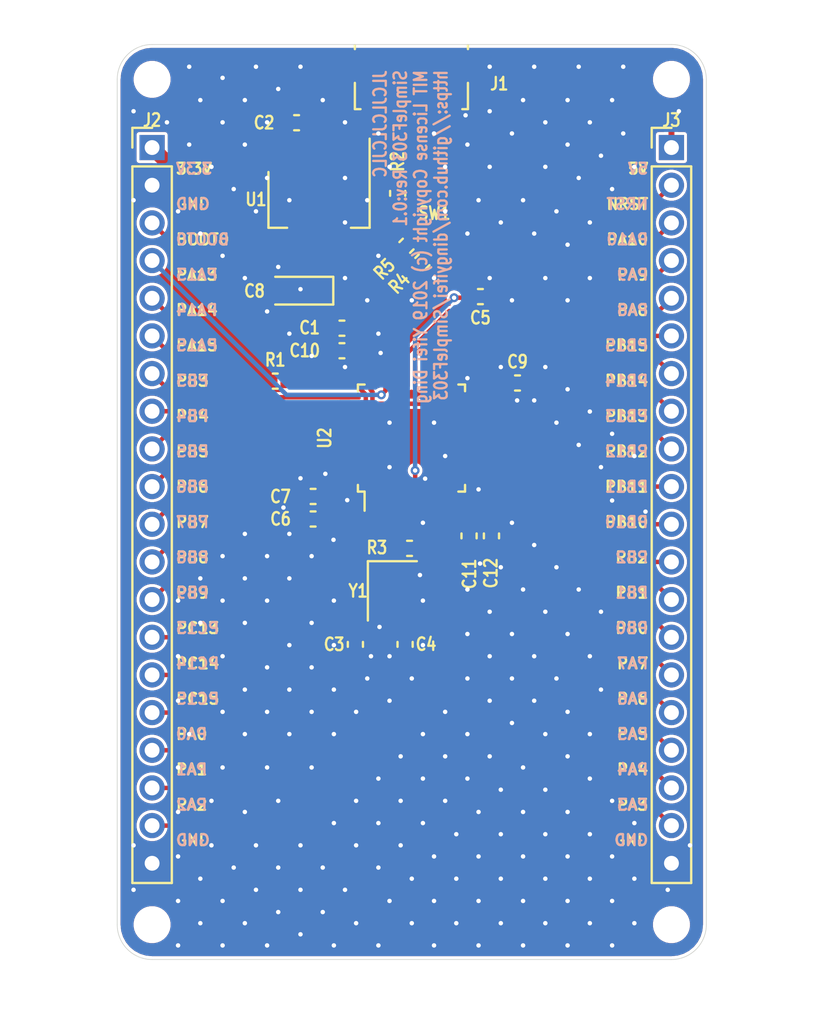
<source format=kicad_pcb>
(kicad_pcb (version 20171130) (host pcbnew "(5.1.5)-3")
  (title_block (title SimpleF303) (date 2020-02-10) (rev 0.1))
  (layers (0 F.Cu mixed) (31 B.Cu mixed) (34 B.Paste user) (35 F.Paste user) (36 B.SilkS user) (37 F.SilkS user) (38 B.Mask user) (39 F.Mask user) (44 Edge.Cuts user))
  (net 0 "")
  (net 1 GND)
  (net 2 +3V3)
  (net 3 +5V)
  (net 4 /OSC_IN)
  (net 5 "Net-(C4-Pad2)")
  (net 6 /NRST)
  (net 7 /USB_D+)
  (net 8 /USB_D-)
  (net 9 /BOOT0)
  (net 10 /OSC_OUT)
  (net 11 /D-)
  (net 12 /PA0)
  (net 13 /PC13)
  (net 14 /D+)
  (net 15 /PB9)
  (net 16 /PB8)
  (net 17 /PB7)
  (net 18 /PB6)
  (net 19 /PB5)
  (net 20 /PB4)
  (net 21 /PB3)
  (net 22 /PA15)
  (net 23 /PA14)
  (net 24 /PA13)
  (net 25 /PA10)
  (net 26 /PA9)
  (net 27 /PA8)
  (net 28 /PB15)
  (net 29 /PB14)
  (net 30 /PB13)
  (net 31 /PB12)
  (net 32 /PB11)
  (net 33 /PB10)
  (net 34 /PB2)
  (net 35 /PB1)
  (net 36 /PB0)
  (net 37 /PA7)
  (net 38 /PA6)
  (net 39 /PA5)
  (net 40 /PA4)
  (net 41 /PA3)
  (net 42 /PA2)
  (net 43 /PA1)
  (net 44 /PC15)
  (net 45 /PC14)
  (module KiCad:K2-1187SQ-A4SW-06 (layer F.Cu) (at 133.825 124 270)
    (fp_text reference SW1 (at -0.025 3.9 180) (layer F.SilkS) (effects (font (size 0.85 0.7) (thickness 0.155))))
    (fp_text value K2-1187SQ-A4SW-06)
    (pad 1 smd rect (at -3.1 -1.855 270) (size 2 1.3) (layers F.Cu F.Paste F.Mask) (net 1 GND))
    (pad 1 smd rect (at -3.1 1.855 270) (size 2 1.3) (layers F.Cu F.Paste F.Mask) (net 1 GND))
    (pad 2 smd rect (at 3.1 -1.855 270) (size 2 1.3) (layers F.Cu F.Paste F.Mask) (net 6 /NRST))
    (pad 2 smd rect (at 3.1 1.855 270) (size 2 1.3) (layers F.Cu F.Paste F.Mask) (net 6 /NRST))
  )
  (module Capacitor_Tantalum_SMD:CP_EIA-3216-18_Kemet-A (layer F.Cu) (at 120.8 129.2 180)
    (fp_text reference C8 (at 3 -0.025) (layer F.SilkS) (effects (font (size 0.85 0.7) (thickness 0.155))))
    (fp_text value 22uf/10v)
    (pad 1 smd roundrect (at -1.35 0 180) (size 1.4 1.35) (layers F.Cu F.Paste F.Mask) (roundrect_rratio 0.185185) (net 2 +3V3))
    (pad 2 smd roundrect (at 1.35 0 180) (size 1.4 1.35) (layers F.Cu F.Paste F.Mask) (roundrect_rratio 0.185185) (net 1 GND))
  )
  (module MountingHole:MountingHole_2.1mm (layer F.Cu) (at 145.9 171.95)
    (fp_text reference H4 hide)
    (fp_text value MountingHole)
    (pad "" np_thru_hole circle (at 0 0) (size 2.1 2.1) (drill 2.1) (layers *.Cu *.Mask))
  )
  (module MountingHole:MountingHole_2.1mm (layer F.Cu) (at 110.9 171.95)
    (fp_text reference H3 hide)
    (fp_text value MountingHole)
    (pad "" np_thru_hole circle (at 0 0) (size 2.1 2.1) (drill 2.1) (layers *.Cu *.Mask))
  )
  (module MountingHole:MountingHole_2.1mm (layer F.Cu) (at 145.9 114.95)
    (fp_text reference H2 hide)
    (fp_text value MountingHole)
    (pad "" np_thru_hole circle (at 0 0) (size 2.1 2.1) (drill 2.1) (layers *.Cu *.Mask))
  )
  (module MountingHole:MountingHole_2.1mm (layer F.Cu) (at 110.9 114.95)
    (fp_text reference H1 hide)
    (fp_text value MountingHole)
    (pad "" np_thru_hole circle (at 0 0) (size 2.1 2.1) (drill 2.1) (layers *.Cu *.Mask))
  )
  (module Connector_PinHeader_2.54mm:PinHeader_1x20_P2.54mm_Vertical (layer F.Cu) (at 145.9 119.55)
    (fp_text reference J3 (at 0 -1.85) (layer F.SilkS) (effects (font (size 0.85 0.7) (thickness 0.155))))
    (fp_text value Conn_01x20_Male)
    (pad 1 thru_hole rect (at 0 0) (size 1.7 1.7) (drill 1) (layers *.Cu *.Mask) (net 3 +5V))
    (pad 2 thru_hole oval (at 0 2.54) (size 1.7 1.7) (drill 1) (layers *.Cu *.Mask) (net 6 /NRST))
    (pad 3 thru_hole oval (at 0 5.08) (size 1.7 1.7) (drill 1) (layers *.Cu *.Mask) (net 25 /PA10))
    (pad 4 thru_hole oval (at 0 7.62) (size 1.7 1.7) (drill 1) (layers *.Cu *.Mask) (net 26 /PA9))
    (pad 5 thru_hole oval (at 0 10.16) (size 1.7 1.7) (drill 1) (layers *.Cu *.Mask) (net 27 /PA8))
    (pad 6 thru_hole oval (at 0 12.7) (size 1.7 1.7) (drill 1) (layers *.Cu *.Mask) (net 28 /PB15))
    (pad 7 thru_hole oval (at 0 15.24) (size 1.7 1.7) (drill 1) (layers *.Cu *.Mask) (net 29 /PB14))
    (pad 8 thru_hole oval (at 0 17.78) (size 1.7 1.7) (drill 1) (layers *.Cu *.Mask) (net 30 /PB13))
    (pad 9 thru_hole oval (at 0 20.32) (size 1.7 1.7) (drill 1) (layers *.Cu *.Mask) (net 31 /PB12))
    (pad 10 thru_hole oval (at 0 22.86) (size 1.7 1.7) (drill 1) (layers *.Cu *.Mask) (net 32 /PB11))
    (pad 11 thru_hole oval (at 0 25.4) (size 1.7 1.7) (drill 1) (layers *.Cu *.Mask) (net 33 /PB10))
    (pad 12 thru_hole oval (at 0 27.94) (size 1.7 1.7) (drill 1) (layers *.Cu *.Mask) (net 34 /PB2))
    (pad 13 thru_hole oval (at 0 30.48) (size 1.7 1.7) (drill 1) (layers *.Cu *.Mask) (net 35 /PB1))
    (pad 14 thru_hole oval (at 0 33.02) (size 1.7 1.7) (drill 1) (layers *.Cu *.Mask) (net 36 /PB0))
    (pad 15 thru_hole oval (at 0 35.56) (size 1.7 1.7) (drill 1) (layers *.Cu *.Mask) (net 37 /PA7))
    (pad 16 thru_hole oval (at 0 38.1) (size 1.7 1.7) (drill 1) (layers *.Cu *.Mask) (net 38 /PA6))
    (pad 17 thru_hole oval (at 0 40.64) (size 1.7 1.7) (drill 1) (layers *.Cu *.Mask) (net 39 /PA5))
    (pad 18 thru_hole oval (at 0 43.18) (size 1.7 1.7) (drill 1) (layers *.Cu *.Mask) (net 40 /PA4))
    (pad 19 thru_hole oval (at 0 45.72) (size 1.7 1.7) (drill 1) (layers *.Cu *.Mask) (net 41 /PA3))
    (pad 20 thru_hole oval (at 0 48.26) (size 1.7 1.7) (drill 1) (layers *.Cu *.Mask) (net 1 GND))
  )
  (module Connector_PinHeader_2.54mm:PinHeader_1x20_P2.54mm_Vertical (layer F.Cu) (at 110.9 119.55)
    (fp_text reference J2 (at 0 -1.85) (layer F.SilkS) (effects (font (size 0.85 0.7) (thickness 0.155))))
    (fp_text value Conn_01x20_Male)
    (pad 1 thru_hole rect (at 0 0) (size 1.7 1.7) (drill 1) (layers *.Cu *.Mask) (net 2 +3V3))
    (pad 2 thru_hole oval (at 0 2.54) (size 1.7 1.7) (drill 1) (layers *.Cu *.Mask) (net 1 GND))
    (pad 3 thru_hole oval (at 0 5.08) (size 1.7 1.7) (drill 1) (layers *.Cu *.Mask) (net 9 /BOOT0))
    (pad 4 thru_hole oval (at 0 7.62) (size 1.7 1.7) (drill 1) (layers *.Cu *.Mask) (net 24 /PA13))
    (pad 5 thru_hole oval (at 0 10.16) (size 1.7 1.7) (drill 1) (layers *.Cu *.Mask) (net 23 /PA14))
    (pad 6 thru_hole oval (at 0 12.7) (size 1.7 1.7) (drill 1) (layers *.Cu *.Mask) (net 22 /PA15))
    (pad 7 thru_hole oval (at 0 15.24) (size 1.7 1.7) (drill 1) (layers *.Cu *.Mask) (net 21 /PB3))
    (pad 8 thru_hole oval (at 0 17.78) (size 1.7 1.7) (drill 1) (layers *.Cu *.Mask) (net 20 /PB4))
    (pad 9 thru_hole oval (at 0 20.32) (size 1.7 1.7) (drill 1) (layers *.Cu *.Mask) (net 19 /PB5))
    (pad 10 thru_hole oval (at 0 22.86) (size 1.7 1.7) (drill 1) (layers *.Cu *.Mask) (net 18 /PB6))
    (pad 11 thru_hole oval (at 0 25.4) (size 1.7 1.7) (drill 1) (layers *.Cu *.Mask) (net 17 /PB7))
    (pad 12 thru_hole oval (at 0 27.94) (size 1.7 1.7) (drill 1) (layers *.Cu *.Mask) (net 16 /PB8))
    (pad 13 thru_hole oval (at 0 30.48) (size 1.7 1.7) (drill 1) (layers *.Cu *.Mask) (net 15 /PB9))
    (pad 14 thru_hole oval (at 0 33.02) (size 1.7 1.7) (drill 1) (layers *.Cu *.Mask) (net 13 /PC13))
    (pad 15 thru_hole oval (at 0 35.56) (size 1.7 1.7) (drill 1) (layers *.Cu *.Mask) (net 45 /PC14))
    (pad 16 thru_hole oval (at 0 38.1) (size 1.7 1.7) (drill 1) (layers *.Cu *.Mask) (net 44 /PC15))
    (pad 17 thru_hole oval (at 0 40.64) (size 1.7 1.7) (drill 1) (layers *.Cu *.Mask) (net 12 /PA0))
    (pad 18 thru_hole oval (at 0 43.18) (size 1.7 1.7) (drill 1) (layers *.Cu *.Mask) (net 43 /PA1))
    (pad 19 thru_hole oval (at 0 45.72) (size 1.7 1.7) (drill 1) (layers *.Cu *.Mask) (net 42 /PA2))
    (pad 20 thru_hole oval (at 0 48.26) (size 1.7 1.7) (drill 1) (layers *.Cu *.Mask) (net 1 GND))
  )
  (module Crystal:Crystal_SMD_3225-4Pin_3.2x2.5mm (layer F.Cu) (at 127.091 149.441 270)
    (fp_text reference Y1 (at 0.005 2.31 180) (layer F.SilkS) (effects (font (size 0.85 0.7) (thickness 0.155))))
    (fp_text value "8Mhz 20pf")
    (pad 1 smd rect (at -1.1 0.85 270) (size 1.4 1.2) (layers F.Cu F.Paste F.Mask) (net 4 /OSC_IN))
    (pad 2 smd rect (at 1.1 0.85 270) (size 1.4 1.2) (layers F.Cu F.Paste F.Mask) (net 1 GND))
    (pad 3 smd rect (at 1.1 -0.85 270) (size 1.4 1.2) (layers F.Cu F.Paste F.Mask) (net 5 "Net-(C4-Pad2)"))
    (pad 4 smd rect (at -1.1 -0.85 270) (size 1.4 1.2) (layers F.Cu F.Paste F.Mask) (net 1 GND))
  )
  (module Package_QFP:LQFP-48_7x7mm_P0.5mm (layer F.Cu) (at 128.38 139.138219 90)
    (fp_text reference U2 (at 0 -5.85 90) (layer F.SilkS) (effects (font (size 0.85 0.7) (thickness 0.155))))
    (fp_text value STM32F303CCT6)
    (pad 1 smd roundrect (at -4.1625 -2.75 90) (size 1.475 0.3) (layers F.Cu F.Paste F.Mask) (net 2 +3V3))
    (pad 2 smd roundrect (at -4.1625 -2.25 90) (size 1.475 0.3) (layers F.Cu F.Paste F.Mask) (net 13 /PC13))
    (pad 3 smd roundrect (at -4.1625 -1.75 90) (size 1.475 0.3) (layers F.Cu F.Paste F.Mask) (net 45 /PC14))
    (pad 4 smd roundrect (at -4.1625 -1.25 90) (size 1.475 0.3) (layers F.Cu F.Paste F.Mask) (net 44 /PC15))
    (pad 5 smd roundrect (at -4.1625 -0.75 90) (size 1.475 0.3) (layers F.Cu F.Paste F.Mask) (net 4 /OSC_IN))
    (pad 6 smd roundrect (at -4.1625 -0.25 90) (size 1.475 0.3) (layers F.Cu F.Paste F.Mask) (net 10 /OSC_OUT))
    (pad 7 smd roundrect (at -4.1625 0.25 90) (size 1.475 0.3) (layers F.Cu F.Paste F.Mask) (net 6 /NRST))
    (pad 8 smd roundrect (at -4.1625 0.75 90) (size 1.475 0.3) (layers F.Cu F.Paste F.Mask) (net 1 GND))
    (pad 9 smd roundrect (at -4.1625 1.25 90) (size 1.475 0.3) (layers F.Cu F.Paste F.Mask) (net 2 +3V3))
    (pad 10 smd roundrect (at -4.1625 1.75 90) (size 1.475 0.3) (layers F.Cu F.Paste F.Mask) (net 12 /PA0))
    (pad 11 smd roundrect (at -4.1625 2.25 90) (size 1.475 0.3) (layers F.Cu F.Paste F.Mask) (net 43 /PA1))
    (pad 12 smd roundrect (at -4.1625 2.75 90) (size 1.475 0.3) (layers F.Cu F.Paste F.Mask) (net 42 /PA2))
    (pad 13 smd roundrect (at -2.75 4.1625 90) (size 0.3 1.475) (layers F.Cu F.Paste F.Mask) (net 41 /PA3))
    (pad 14 smd roundrect (at -2.25 4.1625 90) (size 0.3 1.475) (layers F.Cu F.Paste F.Mask) (net 40 /PA4))
    (pad 15 smd roundrect (at -1.75 4.1625 90) (size 0.3 1.475) (layers F.Cu F.Paste F.Mask) (net 39 /PA5))
    (pad 16 smd roundrect (at -1.25 4.1625 90) (size 0.3 1.475) (layers F.Cu F.Paste F.Mask) (net 38 /PA6))
    (pad 17 smd roundrect (at -0.75 4.1625 90) (size 0.3 1.475) (layers F.Cu F.Paste F.Mask) (net 37 /PA7))
    (pad 18 smd roundrect (at -0.25 4.1625 90) (size 0.3 1.475) (layers F.Cu F.Paste F.Mask) (net 36 /PB0))
    (pad 19 smd roundrect (at 0.25 4.1625 90) (size 0.3 1.475) (layers F.Cu F.Paste F.Mask) (net 35 /PB1))
    (pad 20 smd roundrect (at 0.75 4.1625 90) (size 0.3 1.475) (layers F.Cu F.Paste F.Mask) (net 34 /PB2))
    (pad 21 smd roundrect (at 1.25 4.1625 90) (size 0.3 1.475) (layers F.Cu F.Paste F.Mask) (net 33 /PB10))
    (pad 22 smd roundrect (at 1.75 4.1625 90) (size 0.3 1.475) (layers F.Cu F.Paste F.Mask) (net 32 /PB11))
    (pad 23 smd roundrect (at 2.25 4.1625 90) (size 0.3 1.475) (layers F.Cu F.Paste F.Mask) (net 1 GND))
    (pad 24 smd roundrect (at 2.75 4.1625 90) (size 0.3 1.475) (layers F.Cu F.Paste F.Mask) (net 2 +3V3))
    (pad 25 smd roundrect (at 4.1625 2.75 90) (size 1.475 0.3) (layers F.Cu F.Paste F.Mask) (net 31 /PB12))
    (pad 26 smd roundrect (at 4.1625 2.25 90) (size 1.475 0.3) (layers F.Cu F.Paste F.Mask) (net 30 /PB13))
    (pad 27 smd roundrect (at 4.1625 1.75 90) (size 1.475 0.3) (layers F.Cu F.Paste F.Mask) (net 29 /PB14))
    (pad 28 smd roundrect (at 4.1625 1.25 90) (size 1.475 0.3) (layers F.Cu F.Paste F.Mask) (net 28 /PB15))
    (pad 29 smd roundrect (at 4.1625 0.75 90) (size 1.475 0.3) (layers F.Cu F.Paste F.Mask) (net 27 /PA8))
    (pad 30 smd roundrect (at 4.1625 0.25 90) (size 1.475 0.3) (layers F.Cu F.Paste F.Mask) (net 26 /PA9))
    (pad 31 smd roundrect (at 4.1625 -0.25 90) (size 1.475 0.3) (layers F.Cu F.Paste F.Mask) (net 25 /PA10))
    (pad 32 smd roundrect (at 4.1625 -0.75 90) (size 1.475 0.3) (layers F.Cu F.Paste F.Mask) (net 11 /D-))
    (pad 33 smd roundrect (at 4.1625 -1.25 90) (size 1.475 0.3) (layers F.Cu F.Paste F.Mask) (net 14 /D+))
    (pad 34 smd roundrect (at 4.1625 -1.75 90) (size 1.475 0.3) (layers F.Cu F.Paste F.Mask) (net 24 /PA13))
    (pad 35 smd roundrect (at 4.1625 -2.25 90) (size 1.475 0.3) (layers F.Cu F.Paste F.Mask) (net 1 GND))
    (pad 36 smd roundrect (at 4.1625 -2.75 90) (size 1.475 0.3) (layers F.Cu F.Paste F.Mask) (net 2 +3V3))
    (pad 37 smd roundrect (at 2.75 -4.1625 90) (size 0.3 1.475) (layers F.Cu F.Paste F.Mask) (net 23 /PA14))
    (pad 38 smd roundrect (at 2.25 -4.1625 90) (size 0.3 1.475) (layers F.Cu F.Paste F.Mask) (net 22 /PA15))
    (pad 39 smd roundrect (at 1.75 -4.1625 90) (size 0.3 1.475) (layers F.Cu F.Paste F.Mask) (net 21 /PB3))
    (pad 40 smd roundrect (at 1.25 -4.1625 90) (size 0.3 1.475) (layers F.Cu F.Paste F.Mask) (net 20 /PB4))
    (pad 41 smd roundrect (at 0.75 -4.1625 90) (size 0.3 1.475) (layers F.Cu F.Paste F.Mask) (net 19 /PB5))
    (pad 42 smd roundrect (at 0.25 -4.1625 90) (size 0.3 1.475) (layers F.Cu F.Paste F.Mask) (net 18 /PB6))
    (pad 43 smd roundrect (at -0.25 -4.1625 90) (size 0.3 1.475) (layers F.Cu F.Paste F.Mask) (net 17 /PB7))
    (pad 44 smd roundrect (at -0.75 -4.1625 90) (size 0.3 1.475) (layers F.Cu F.Paste F.Mask) (net 9 /BOOT0))
    (pad 45 smd roundrect (at -1.25 -4.1625 90) (size 0.3 1.475) (layers F.Cu F.Paste F.Mask) (net 16 /PB8))
    (pad 46 smd roundrect (at -1.75 -4.1625 90) (size 0.3 1.475) (layers F.Cu F.Paste F.Mask) (net 15 /PB9))
    (pad 47 smd roundrect (at -2.25 -4.1625 90) (size 0.3 1.475) (layers F.Cu F.Paste F.Mask) (net 1 GND))
    (pad 48 smd roundrect (at -2.75 -4.1625 90) (size 0.3 1.475) (layers F.Cu F.Paste F.Mask) (net 2 +3V3))
  )
  (module Package_TO_SOT_SMD:SOT-223-3_TabPin2 (layer F.Cu) (at 122.15 123.05 270)
    (fp_text reference U1 (at 0 4.25 180) (layer F.SilkS) (effects (font (size 0.85 0.7) (thickness 0.155))))
    (fp_text value AZ1117CH-3.3TRG1)
    (pad 2 smd rect (at 3.15 0 270) (size 2 3.8) (layers F.Cu F.Paste F.Mask) (net 2 +3V3))
    (pad 2 smd rect (at -3.15 0 270) (size 2 1.5) (layers F.Cu F.Paste F.Mask) (net 2 +3V3))
    (pad 3 smd rect (at -3.15 2.3 270) (size 2 1.5) (layers F.Cu F.Paste F.Mask) (net 3 +5V))
    (pad 1 smd rect (at -3.15 -2.3 270) (size 2 1.5) (layers F.Cu F.Paste F.Mask) (net 1 GND))
  )
  (module Resistor_SMD:R_0603_1608Metric (layer F.Cu) (at 128.042105 126.170159 225)
    (fp_text reference R5 (at 2.165123 -0.06911 45) (layer F.SilkS) (effects (font (size 0.85 0.7) (thickness 0.155))))
    (fp_text value 22)
    (pad 1 smd roundrect (at -0.7875 0 225) (size 0.875 0.95) (layers F.Cu F.Paste F.Mask) (net 7 /USB_D+))
    (pad 2 smd roundrect (at 0.7875 0 225) (size 0.875 0.95) (layers F.Cu F.Paste F.Mask) (net 14 /D+))
  )
  (module Resistor_SMD:R_0603_1608Metric (layer F.Cu) (at 129.115649 127.23716 225)
    (fp_text reference R4 (at 2.134394 0.065626 45) (layer F.SilkS) (effects (font (size 0.85 0.7) (thickness 0.155))))
    (fp_text value 22)
    (pad 1 smd roundrect (at -0.7875 0 225) (size 0.875 0.95) (layers F.Cu F.Paste F.Mask) (net 8 /USB_D-))
    (pad 2 smd roundrect (at 0.7875 0 225) (size 0.875 0.95) (layers F.Cu F.Paste F.Mask) (net 11 /D-))
  )
  (module Resistor_SMD:R_0603_1608Metric (layer F.Cu) (at 128.25 146.575 180)
    (fp_text reference R3 (at 2.2 0.05) (layer F.SilkS) (effects (font (size 0.85 0.7) (thickness 0.155))))
    (fp_text value 1.5K)
    (pad 1 smd roundrect (at -0.7875 0 180) (size 0.875 0.95) (layers F.Cu F.Paste F.Mask) (net 10 /OSC_OUT))
    (pad 2 smd roundrect (at 0.7875 0 180) (size 0.875 0.95) (layers F.Cu F.Paste F.Mask) (net 5 "Net-(C4-Pad2)"))
  )
  (module Resistor_SMD:R_0603_1608Metric (layer F.Cu) (at 127.45 122.6375 270)
    (fp_text reference R2 (at -2.15 0.01 90) (layer F.SilkS) (effects (font (size 0.85 0.7) (thickness 0.155))))
    (fp_text value 1.5K)
    (pad 1 smd roundrect (at -0.7875 0 270) (size 0.875 0.95) (layers F.Cu F.Paste F.Mask) (net 7 /USB_D+))
    (pad 2 smd roundrect (at 0.7875 0 270) (size 0.875 0.95) (layers F.Cu F.Paste F.Mask) (net 2 +3V3))
  )
  (module Resistor_SMD:R_0603_1608Metric (layer F.Cu) (at 119.2 135.3)
    (fp_text reference R1 (at 0 -1.43) (layer F.SilkS) (effects (font (size 0.85 0.7) (thickness 0.155))))
    (fp_text value 100k)
    (pad 1 smd roundrect (at -0.7875 0) (size 0.875 0.95) (layers F.Cu F.Paste F.Mask) (net 1 GND))
    (pad 2 smd roundrect (at 0.7875 0) (size 0.875 0.95) (layers F.Cu F.Paste F.Mask) (net 9 /BOOT0))
  )
  (module Connector_USB:USB_Micro-B_Molex_47346-0001 (layer F.Cu) (at 128.375 115.25 180)
    (fp_text reference J1 (at -5.92 0 180) (layer F.SilkS) (effects (font (size 0.85 0.7) (thickness 0.155))))
    (fp_text value 47346-0001)
    (pad 1 smd rect (at -1.3 -1.46 180) (size 0.45 1.38) (layers F.Cu F.Paste F.Mask) (net 3 +5V))
    (pad 2 smd rect (at -0.65 -1.46 180) (size 0.45 1.38) (layers F.Cu F.Paste F.Mask) (net 8 /USB_D-))
    (pad 3 smd rect (at 0 -1.46 180) (size 0.45 1.38) (layers F.Cu F.Paste F.Mask) (net 7 /USB_D+))
    (pad 4 smd rect (at 0.65 -1.46 180) (size 0.45 1.38) (layers F.Cu F.Paste F.Mask))
    (pad 5 smd rect (at 1.3 -1.46 180) (size 0.45 1.38) (layers F.Cu F.Paste F.Mask) (net 1 GND))
    (pad 6 smd rect (at -2.4875 -1.375 180) (size 1.425 1.55) (layers F.Cu F.Paste F.Mask) (net 1 GND))
    (pad 6 smd rect (at 2.4875 -1.375 180) (size 1.425 1.55) (layers F.Cu F.Paste F.Mask) (net 1 GND))
    (pad 6 smd rect (at -3.375 1.2 180) (size 1.65 1.3) (layers F.Cu F.Paste F.Mask) (net 1 GND))
    (pad 6 smd rect (at 3.375 1.2 180) (size 1.65 1.3) (layers F.Cu F.Paste F.Mask) (net 1 GND))
    (pad 6 smd rect (at -1.15 1.2 180) (size 1.8 1.9) (layers F.Cu F.Paste F.Mask) (net 1 GND))
    (pad 6 smd rect (at 1.55 1.2 180) (size 1 1.9) (layers F.Cu F.Paste F.Mask) (net 1 GND))
  )
  (module Capacitor_SMD:C_0603_1608Metric (layer F.Cu) (at 133.77 145.735 270)
    (fp_text reference C12 (at 2.51 0.04 270) (layer F.SilkS) (effects (font (size 0.85 0.7) (thickness 0.155))))
    (fp_text value 1uf)
    (pad 1 smd roundrect (at -0.7875 0 270) (size 0.875 0.95) (layers F.Cu F.Paste F.Mask) (net 2 +3V3))
    (pad 2 smd roundrect (at 0.7875 0 270) (size 0.875 0.95) (layers F.Cu F.Paste F.Mask) (net 1 GND))
  )
  (module Capacitor_SMD:C_0603_1608Metric (layer F.Cu) (at 132.26 145.735 270)
    (fp_text reference C11 (at 2.57 -0.03 270) (layer F.SilkS) (effects (font (size 0.85 0.7) (thickness 0.155))))
    (fp_text value 10nF)
    (pad 1 smd roundrect (at -0.7875 0 270) (size 0.875 0.95) (layers F.Cu F.Paste F.Mask) (net 2 +3V3))
    (pad 2 smd roundrect (at 0.7875 0 270) (size 0.875 0.95) (layers F.Cu F.Paste F.Mask) (net 1 GND))
  )
  (module Capacitor_SMD:C_0603_1608Metric (layer F.Cu) (at 123.695 133.25 180)
    (fp_text reference C10 (at 2.51 0.01) (layer F.SilkS) (effects (font (size 0.85 0.7) (thickness 0.155))))
    (fp_text value 4.7uf)
    (pad 1 smd roundrect (at -0.7875 0 180) (size 0.875 0.95) (layers F.Cu F.Paste F.Mask) (net 2 +3V3))
    (pad 2 smd roundrect (at 0.7875 0 180) (size 0.875 0.95) (layers F.Cu F.Paste F.Mask) (net 1 GND))
  )
  (module Capacitor_SMD:C_0603_1608Metric (layer F.Cu) (at 135.525 135.425)
    (fp_text reference C9 (at 0 -1.43) (layer F.SilkS) (effects (font (size 0.85 0.7) (thickness 0.155))))
    (fp_text value 100nF)
    (pad 1 smd roundrect (at -0.7875 0) (size 0.875 0.95) (layers F.Cu F.Paste F.Mask) (net 2 +3V3))
    (pad 2 smd roundrect (at 0.7875 0) (size 0.875 0.95) (layers F.Cu F.Paste F.Mask) (net 1 GND))
  )
  (module Capacitor_SMD:C_0603_1608Metric (layer F.Cu) (at 121.75 143.075 180)
    (fp_text reference C7 (at 2.2 -0.01) (layer F.SilkS) (effects (font (size 0.85 0.7) (thickness 0.155))))
    (fp_text value 100nF)
    (pad 1 smd roundrect (at -0.7875 0 180) (size 0.875 0.95) (layers F.Cu F.Paste F.Mask) (net 2 +3V3))
    (pad 2 smd roundrect (at 0.7875 0 180) (size 0.875 0.95) (layers F.Cu F.Paste F.Mask) (net 1 GND))
  )
  (module Capacitor_SMD:C_0603_1608Metric (layer F.Cu) (at 121.75 144.595 180)
    (fp_text reference C6 (at 2.19 0) (layer F.SilkS) (effects (font (size 0.85 0.7) (thickness 0.155))))
    (fp_text value 100nF)
    (pad 1 smd roundrect (at -0.7875 0 180) (size 0.875 0.95) (layers F.Cu F.Paste F.Mask) (net 2 +3V3))
    (pad 2 smd roundrect (at 0.7875 0 180) (size 0.875 0.95) (layers F.Cu F.Paste F.Mask) (net 1 GND))
  )
  (module Capacitor_SMD:C_0603_1608Metric (layer F.Cu) (at 133.025 129.6 180)
    (fp_text reference C5 (at 0 -1.43) (layer F.SilkS) (effects (font (size 0.85 0.7) (thickness 0.155))))
    (fp_text value 100nF)
    (pad 1 smd roundrect (at -0.7875 0 180) (size 0.875 0.95) (layers F.Cu F.Paste F.Mask) (net 1 GND))
    (pad 2 smd roundrect (at 0.7875 0 180) (size 0.875 0.95) (layers F.Cu F.Paste F.Mask) (net 6 /NRST))
  )
  (module Capacitor_SMD:C_0603_1608Metric (layer F.Cu) (at 127.95 153.05 90)
    (fp_text reference C4 (at 0.01 1.41 180) (layer F.SilkS) (effects (font (size 0.85 0.7) (thickness 0.155))))
    (fp_text value 10pF)
    (pad 1 smd roundrect (at -0.7875 0 90) (size 0.875 0.95) (layers F.Cu F.Paste F.Mask) (net 1 GND))
    (pad 2 smd roundrect (at 0.7875 0 90) (size 0.875 0.95) (layers F.Cu F.Paste F.Mask) (net 5 "Net-(C4-Pad2)"))
  )
  (module Capacitor_SMD:C_0603_1608Metric (layer F.Cu) (at 124.6 153.05 90)
    (fp_text reference C3 (at 0 -1.43 180) (layer F.SilkS) (effects (font (size 0.85 0.7) (thickness 0.155))))
    (fp_text value 10pF)
    (pad 1 smd roundrect (at -0.7875 0 90) (size 0.875 0.95) (layers F.Cu F.Paste F.Mask) (net 1 GND))
    (pad 2 smd roundrect (at 0.7875 0 90) (size 0.875 0.95) (layers F.Cu F.Paste F.Mask) (net 4 /OSC_IN))
  )
  (module Capacitor_SMD:C_0603_1608Metric (layer F.Cu) (at 120.6375 117.875)
    (fp_text reference C2 (at -2.1875 0) (layer F.SilkS) (effects (font (size 0.85 0.7) (thickness 0.155))))
    (fp_text value 10uf)
    (pad 1 smd roundrect (at -0.7875 0) (size 0.875 0.95) (layers F.Cu F.Paste F.Mask) (net 3 +5V))
    (pad 2 smd roundrect (at 0.7875 0) (size 0.875 0.95) (layers F.Cu F.Paste F.Mask) (net 1 GND))
  )
  (module Capacitor_SMD:C_0603_1608Metric (layer F.Cu) (at 123.695 131.73 180)
    (fp_text reference C1 (at 2.18 0.03) (layer F.SilkS) (effects (font (size 0.85 0.7) (thickness 0.155))))
    (fp_text value 100nF)
    (pad 1 smd roundrect (at -0.7875 0 180) (size 0.875 0.95) (layers F.Cu F.Paste F.Mask) (net 2 +3V3))
    (pad 2 smd roundrect (at 0.7875 0 180) (size 0.875 0.95) (layers F.Cu F.Paste F.Mask) (net 1 GND))
  )
  (gr_text "JLCJLCJLCJLC\nSimpleF303 Rev:0.1\nMIT License Copyright (c) 2019 Yifei Ding\nhttps://github.com/dingyifei/SimpleF303\n" (at 128.31575 114.25 90) (layer B.SilkS) (effects (font (size 0.85 0.7) (thickness 0.155)) (justify left mirror)))
  (gr_text "3.3V\n\nGND\n\nBOOT0\n\nPA13\n\nPA14\n\nPA15\n\nPB3\n\nPB4\n\nPB5\n\nPB6\n\nPB7\n\nPB8\n\nPB9\n\nPC13\n\nPC14\n\nPC15\n\nPA0\n\nPA1\n\nPA2\n\nGND" (at 112.422976 143.61405) (layer F.SilkS) (effects (font (size 0.74 0.74) (thickness 0.155)) (justify left)))
  (gr_text "5V\n\nNRST\n\nPA10\n\nPA9\n\nPA8\n\nPB15\n\nPB14\n\nPB13\n\nPB12\n\nPB11\n\nPB10\n\nPB2\n\nPB1\n\nPB0\n\nPA7\n\nPA6\n\nPA5\n\nPA4\n\nPA3\n\nGND" (at 144.422262 143.61405) (layer F.SilkS) (effects (font (size 0.74 0.74) (thickness 0.155)) (justify right)))
  (gr_text "3.3V\n\nGND\n\nBOOT0\n\nPA13\n\nPA14\n\nPA15\n\nPB3\n\nPB4\n\nPB5\n\nPB6\n\nPB7\n\nPB8\n\nPB9\n\nPC13\n\nPC14\n\nPC15\n\nPA0\n\nPA1\n\nPA2\n\nGND" (at 112.422976 143.61405) (layer B.SilkS) (effects (font (size 0.74 0.74) (thickness 0.155)) (justify right mirror)))
  (gr_text "5V\n\nNRST\n\nPA10\n\nPA9\n\nPA8\n\nPB15\n\nPB14\n\nPB13\n\nPB12\n\nPB11\n\nPB10\n\nPB2\n\nPB1\n\nPB0\n\nPA7\n\nPA6\n\nPA5\n\nPA4\n\nPA3\n\nGND" (at 144.422262 143.61405) (layer B.SilkS) (effects (font (size 0.74 0.74) (thickness 0.155)) (justify left mirror)))
  (gr_arc (start 145.9 171.95) (end 145.9 174.3) (angle -90) (layer Edge.Cuts) (width 0.05))
  (gr_arc (start 110.9 171.95) (end 108.55 171.95) (angle -90) (layer Edge.Cuts) (width 0.05))
  (gr_arc (start 110.9 114.95) (end 110.9 112.6) (angle -90) (layer Edge.Cuts) (width 0.05))
  (gr_arc (start 145.9 114.95) (end 148.25 114.95) (angle -90) (layer Edge.Cuts) (width 0.05))
  (gr_line (start 148.25 171.95) (end 148.25 114.95) (layer Edge.Cuts) (width 0.05))
  (gr_line (start 110.9 174.3) (end 145.9 174.3) (layer Edge.Cuts) (width 0.05))
  (gr_line (start 108.55 114.95) (end 108.55 171.95) (layer Edge.Cuts) (width 0.05))
  (gr_line (start 110.9 112.6) (end 145.9 112.6) (layer Edge.Cuts) (width 0.05))
  (via (at 123.125 146) (size 0.6) (drill 0.3) (layers F.Cu B.Cu) (net 1))
  (via (at 132.025 117.375) (size 0.6) (drill 0.3) (layers F.Cu B.Cu) (net 1))
  (via (at 128.95 148.375) (size 0.6) (drill 0.3) (layers F.Cu B.Cu) (net 1))
  (via (at 126.225 151.875) (size 0.6) (drill 0.3) (layers F.Cu B.Cu) (net 1))
  (via (at 126.9 153.85) (size 0.6) (drill 0.3) (layers F.Cu B.Cu) (net 1))
  (via (at 125.65 153.85) (size 0.6) (drill 0.3) (layers F.Cu B.Cu) (net 1))
  (via (at 129.3 141.875) (size 0.6) (drill 0.3) (layers F.Cu B.Cu) (net 1))
  (via (at 122.575 141.55) (size 0.6) (drill 0.3) (layers F.Cu B.Cu) (net 1))
  (via (at 126.3 133.4) (size 0.6) (drill 0.3) (layers F.Cu B.Cu) (net 1))
  (via (at 133 147.6) (size 0.6) (drill 0.3) (layers F.Cu B.Cu) (net 1))
  (via (at 124.05 143.325) (size 0.6) (drill 0.3) (layers F.Cu B.Cu) (net 1))
  (via (at 119.75 143.825) (size 0.6) (drill 0.3) (layers F.Cu B.Cu) (net 1))
  (via (at 135.5 136.6) (size 0.6) (drill 0.3) (layers F.Cu B.Cu) (net 1))
  (via (at 109.65 117.1) (size 0.6) (drill 0.3) (layers F.Cu B.Cu) (net 1))
  (via (at 109.65 123.1) (size 0.6) (drill 0.3) (layers F.Cu B.Cu) (net 1))
  (via (at 109.65 166.6) (size 0.6) (drill 0.3) (layers F.Cu B.Cu) (net 1))
  (via (at 109.65 169.6) (size 0.6) (drill 0.3) (layers F.Cu B.Cu) (net 1))
  (via (at 111.9 117.85) (size 0.6) (drill 0.3) (layers F.Cu B.Cu) (net 1))
  (via (at 112.65 123.85) (size 0.6) (drill 0.3) (layers F.Cu B.Cu) (net 1))
  (via (at 112.65 150.1) (size 0.6) (drill 0.3) (layers F.Cu B.Cu) (net 1))
  (via (at 112.65 153.85) (size 0.6) (drill 0.3) (layers F.Cu B.Cu) (net 1))
  (via (at 112.65 156.85) (size 0.6) (drill 0.3) (layers F.Cu B.Cu) (net 1))
  (via (at 112.65 161.35) (size 0.6) (drill 0.3) (layers F.Cu B.Cu) (net 1))
  (via (at 112.65 164.35) (size 0.6) (drill 0.3) (layers F.Cu B.Cu) (net 1))
  (via (at 112.65 167.35) (size 0.6) (drill 0.3) (layers F.Cu B.Cu) (net 1))
  (via (at 112.65 170.35) (size 0.6) (drill 0.3) (layers F.Cu B.Cu) (net 1))
  (via (at 112.65 173.35) (size 0.6) (drill 0.3) (layers F.Cu B.Cu) (net 1))
  (via (at 113.4 114.1) (size 0.6) (drill 0.3) (layers F.Cu B.Cu) (net 1))
  (via (at 113.4 119.35) (size 0.6) (drill 0.3) (layers F.Cu B.Cu) (net 1))
  (via (at 113.4 159.1) (size 0.6) (drill 0.3) (layers F.Cu B.Cu) (net 1))
  (via (at 114.15 116.35) (size 0.6) (drill 0.3) (layers F.Cu B.Cu) (net 1))
  (via (at 114.15 125.35) (size 0.6) (drill 0.3) (layers F.Cu B.Cu) (net 1))
  (via (at 114.15 148.6) (size 0.6) (drill 0.3) (layers F.Cu B.Cu) (net 1))
  (via (at 114.15 151.6) (size 0.6) (drill 0.3) (layers F.Cu B.Cu) (net 1))
  (via (at 114.15 168.85) (size 0.6) (drill 0.3) (layers F.Cu B.Cu) (net 1))
  (via (at 114.15 171.85) (size 0.6) (drill 0.3) (layers F.Cu B.Cu) (net 1))
  (via (at 114.9 120.85) (size 0.6) (drill 0.3) (layers F.Cu B.Cu) (net 1))
  (via (at 114.9 163.6) (size 0.6) (drill 0.3) (layers F.Cu B.Cu) (net 1))
  (via (at 114.9 166.6) (size 0.6) (drill 0.3) (layers F.Cu B.Cu) (net 1))
  (via (at 115.65 114.85) (size 0.6) (drill 0.3) (layers F.Cu B.Cu) (net 1))
  (via (at 115.65 117.85) (size 0.6) (drill 0.3) (layers F.Cu B.Cu) (net 1))
  (via (at 115.65 126.85) (size 0.6) (drill 0.3) (layers F.Cu B.Cu) (net 1))
  (via (at 115.65 147.1) (size 0.6) (drill 0.3) (layers F.Cu B.Cu) (net 1))
  (via (at 115.65 150.1) (size 0.6) (drill 0.3) (layers F.Cu B.Cu) (net 1))
  (via (at 115.65 153.85) (size 0.6) (drill 0.3) (layers F.Cu B.Cu) (net 1))
  (via (at 115.65 157.6) (size 0.6) (drill 0.3) (layers F.Cu B.Cu) (net 1))
  (via (at 115.65 161.35) (size 0.6) (drill 0.3) (layers F.Cu B.Cu) (net 1))
  (via (at 115.65 170.35) (size 0.6) (drill 0.3) (layers F.Cu B.Cu) (net 1))
  (via (at 115.65 173.35) (size 0.6) (drill 0.3) (layers F.Cu B.Cu) (net 1))
  (via (at 116.4 122.35) (size 0.6) (drill 0.3) (layers F.Cu B.Cu) (net 1))
  (via (at 116.4 168.1) (size 0.6) (drill 0.3) (layers F.Cu B.Cu) (net 1))
  (via (at 117.15 116.35) (size 0.6) (drill 0.3) (layers F.Cu B.Cu) (net 1))
  (via (at 117.15 119.35) (size 0.6) (drill 0.3) (layers F.Cu B.Cu) (net 1))
  (via (at 117.15 128.35) (size 0.6) (drill 0.3) (layers F.Cu B.Cu) (net 1))
  (via (at 117.15 145.6) (size 0.6) (drill 0.3) (layers F.Cu B.Cu) (net 1))
  (via (at 117.15 148.6) (size 0.6) (drill 0.3) (layers F.Cu B.Cu) (net 1))
  (via (at 117.15 151.6) (size 0.6) (drill 0.3) (layers F.Cu B.Cu) (net 1))
  (via (at 117.15 156.1) (size 0.6) (drill 0.3) (layers F.Cu B.Cu) (net 1))
  (via (at 117.15 159.1) (size 0.6) (drill 0.3) (layers F.Cu B.Cu) (net 1))
  (via (at 117.15 164.35) (size 0.6) (drill 0.3) (layers F.Cu B.Cu) (net 1))
  (via (at 117.15 171.85) (size 0.6) (drill 0.3) (layers F.Cu B.Cu) (net 1))
  (via (at 117.9 114.1) (size 0.6) (drill 0.3) (layers F.Cu B.Cu) (net 1))
  (via (at 117.9 123.85) (size 0.6) (drill 0.3) (layers F.Cu B.Cu) (net 1))
  (via (at 117.9 166.6) (size 0.6) (drill 0.3) (layers F.Cu B.Cu) (net 1))
  (via (at 117.9 169.6) (size 0.6) (drill 0.3) (layers F.Cu B.Cu) (net 1))
  (via (at 118.65 117.85) (size 0.6) (drill 0.3) (layers F.Cu B.Cu) (net 1))
  (via (at 118.65 121.6) (size 0.6) (drill 0.3) (layers F.Cu B.Cu) (net 1))
  (via (at 118.65 130.6) (size 0.6) (drill 0.3) (layers F.Cu B.Cu) (net 1))
  (via (at 118.65 147.1) (size 0.6) (drill 0.3) (layers F.Cu B.Cu) (net 1))
  (via (at 118.65 150.1) (size 0.6) (drill 0.3) (layers F.Cu B.Cu) (net 1))
  (via (at 118.65 154.6) (size 0.6) (drill 0.3) (layers F.Cu B.Cu) (net 1))
  (via (at 118.65 157.6) (size 0.6) (drill 0.3) (layers F.Cu B.Cu) (net 1))
  (via (at 118.65 161.35) (size 0.6) (drill 0.3) (layers F.Cu B.Cu) (net 1))
  (via (at 118.65 173.35) (size 0.6) (drill 0.3) (layers F.Cu B.Cu) (net 1))
  (via (at 119.4 115.6) (size 0.6) (drill 0.3) (layers F.Cu B.Cu) (net 1))
  (via (at 119.4 127.6) (size 0.6) (drill 0.3) (layers F.Cu B.Cu) (net 1))
  (via (at 119.4 163.6) (size 0.6) (drill 0.3) (layers F.Cu B.Cu) (net 1))
  (via (at 119.4 168.1) (size 0.6) (drill 0.3) (layers F.Cu B.Cu) (net 1))
  (via (at 119.4 171.1) (size 0.6) (drill 0.3) (layers F.Cu B.Cu) (net 1))
  (via (at 120.15 123.1) (size 0.6) (drill 0.3) (layers F.Cu B.Cu) (net 1))
  (via (at 120.15 132.1) (size 0.6) (drill 0.3) (layers F.Cu B.Cu) (net 1))
  (via (at 120.15 145.6) (size 0.6) (drill 0.3) (layers F.Cu B.Cu) (net 1))
  (via (at 120.15 148.6) (size 0.6) (drill 0.3) (layers F.Cu B.Cu) (net 1))
  (via (at 120.15 153.1) (size 0.6) (drill 0.3) (layers F.Cu B.Cu) (net 1))
  (via (at 120.15 156.1) (size 0.6) (drill 0.3) (layers F.Cu B.Cu) (net 1))
  (via (at 120.15 159.1) (size 0.6) (drill 0.3) (layers F.Cu B.Cu) (net 1))
  (via (at 120.9 114.1) (size 0.6) (drill 0.3) (layers F.Cu B.Cu) (net 1))
  (via (at 120.9 129.1) (size 0.6) (drill 0.3) (layers F.Cu B.Cu) (net 1))
  (via (at 120.9 141.85) (size 0.6) (drill 0.3) (layers F.Cu B.Cu) (net 1))
  (via (at 120.9 166.6) (size 0.6) (drill 0.3) (layers F.Cu B.Cu) (net 1))
  (via (at 120.9 169.6) (size 0.6) (drill 0.3) (layers F.Cu B.Cu) (net 1))
  (via (at 120.9 172.6) (size 0.6) (drill 0.3) (layers F.Cu B.Cu) (net 1))
  (via (at 121.65 133.6) (size 0.6) (drill 0.3) (layers F.Cu B.Cu) (net 1))
  (via (at 121.65 147.1) (size 0.6) (drill 0.3) (layers F.Cu B.Cu) (net 1))
  (via (at 121.65 151.6) (size 0.6) (drill 0.3) (layers F.Cu B.Cu) (net 1))
  (via (at 121.65 154.6) (size 0.6) (drill 0.3) (layers F.Cu B.Cu) (net 1))
  (via (at 121.65 157.6) (size 0.6) (drill 0.3) (layers F.Cu B.Cu) (net 1))
  (via (at 121.65 161.35) (size 0.6) (drill 0.3) (layers F.Cu B.Cu) (net 1))
  (via (at 122.4 116.35) (size 0.6) (drill 0.3) (layers F.Cu B.Cu) (net 1))
  (via (at 122.4 168.1) (size 0.6) (drill 0.3) (layers F.Cu B.Cu) (net 1))
  (via (at 122.4 171.1) (size 0.6) (drill 0.3) (layers F.Cu B.Cu) (net 1))
  (via (at 123.15 150.1) (size 0.6) (drill 0.3) (layers F.Cu B.Cu) (net 1))
  (via (at 123.15 153.1) (size 0.6) (drill 0.3) (layers F.Cu B.Cu) (net 1))
  (via (at 123.15 156.1) (size 0.6) (drill 0.3) (layers F.Cu B.Cu) (net 1))
  (via (at 123.15 159.1) (size 0.6) (drill 0.3) (layers F.Cu B.Cu) (net 1))
  (via (at 123.15 165.1) (size 0.6) (drill 0.3) (layers F.Cu B.Cu) (net 1))
  (via (at 123.15 173.35) (size 0.6) (drill 0.3) (layers F.Cu B.Cu) (net 1))
  (via (at 123.9 117.85) (size 0.6) (drill 0.3) (layers F.Cu B.Cu) (net 1))
  (via (at 123.9 121.6) (size 0.6) (drill 0.3) (layers F.Cu B.Cu) (net 1))
  (via (at 123.9 124.6) (size 0.6) (drill 0.3) (layers F.Cu B.Cu) (net 1))
  (via (at 123.9 128.35) (size 0.6) (drill 0.3) (layers F.Cu B.Cu) (net 1))
  (via (at 123.9 134.35) (size 0.6) (drill 0.3) (layers F.Cu B.Cu) (net 1))
  (via (at 123.9 169.6) (size 0.6) (drill 0.3) (layers F.Cu B.Cu) (net 1))
  (via (at 124.65 157.6) (size 0.6) (drill 0.3) (layers F.Cu B.Cu) (net 1))
  (via (at 124.65 163.6) (size 0.6) (drill 0.3) (layers F.Cu B.Cu) (net 1))
  (via (at 124.65 166.6) (size 0.6) (drill 0.3) (layers F.Cu B.Cu) (net 1))
  (via (at 124.65 171.85) (size 0.6) (drill 0.3) (layers F.Cu B.Cu) (net 1))
  (via (at 125.4 123.1) (size 0.6) (drill 0.3) (layers F.Cu B.Cu) (net 1))
  (via (at 125.4 129.85) (size 0.6) (drill 0.3) (layers F.Cu B.Cu) (net 1))
  (via (at 125.4 155.35) (size 0.6) (drill 0.3) (layers F.Cu B.Cu) (net 1))
  (via (at 126.15 118.6) (size 0.6) (drill 0.3) (layers F.Cu B.Cu) (net 1))
  (via (at 126.15 126.85) (size 0.6) (drill 0.3) (layers F.Cu B.Cu) (net 1))
  (via (at 126.15 132.1) (size 0.6) (drill 0.3) (layers F.Cu B.Cu) (net 1))
  (via (at 126.15 162.1) (size 0.6) (drill 0.3) (layers F.Cu B.Cu) (net 1))
  (via (at 126.15 165.1) (size 0.6) (drill 0.3) (layers F.Cu B.Cu) (net 1))
  (via (at 126.15 168.1) (size 0.6) (drill 0.3) (layers F.Cu B.Cu) (net 1))
  (via (at 126.15 173.35) (size 0.6) (drill 0.3) (layers F.Cu B.Cu) (net 1))
  (via (at 126.9 120.85) (size 0.6) (drill 0.3) (layers F.Cu B.Cu) (net 1))
  (via (at 126.9 138.1) (size 0.6) (drill 0.3) (layers F.Cu B.Cu) (net 1))
  (via (at 126.9 141.1) (size 0.6) (drill 0.3) (layers F.Cu B.Cu) (net 1))
  (via (at 126.9 156.85) (size 0.6) (drill 0.3) (layers F.Cu B.Cu) (net 1))
  (via (at 126.9 170.35) (size 0.6) (drill 0.3) (layers F.Cu B.Cu) (net 1))
  (via (at 127.65 160.6) (size 0.6) (drill 0.3) (layers F.Cu B.Cu) (net 1))
  (via (at 127.65 163.6) (size 0.6) (drill 0.3) (layers F.Cu B.Cu) (net 1))
  (via (at 127.65 166.6) (size 0.6) (drill 0.3) (layers F.Cu B.Cu) (net 1))
  (via (at 128.4 129.85) (size 0.6) (drill 0.3) (layers F.Cu B.Cu) (net 1))
  (via (at 128.4 155.35) (size 0.6) (drill 0.3) (layers F.Cu B.Cu) (net 1))
  (via (at 128.4 168.85) (size 0.6) (drill 0.3) (layers F.Cu B.Cu) (net 1))
  (via (at 128.4 171.85) (size 0.6) (drill 0.3) (layers F.Cu B.Cu) (net 1))
  (via (at 129.15 144.85) (size 0.6) (drill 0.3) (layers F.Cu B.Cu) (net 1))
  (via (at 129.15 150.1) (size 0.6) (drill 0.3) (layers F.Cu B.Cu) (net 1))
  (via (at 129.15 153.1) (size 0.6) (drill 0.3) (layers F.Cu B.Cu) (net 1))
  (via (at 129.15 159.1) (size 0.6) (drill 0.3) (layers F.Cu B.Cu) (net 1))
  (via (at 129.15 162.1) (size 0.6) (drill 0.3) (layers F.Cu B.Cu) (net 1))
  (via (at 129.15 165.1) (size 0.6) (drill 0.3) (layers F.Cu B.Cu) (net 1))
  (via (at 129.9 118.6) (size 0.6) (drill 0.3) (layers F.Cu B.Cu) (net 1))
  (via (at 129.9 128.35) (size 0.6) (drill 0.3) (layers F.Cu B.Cu) (net 1))
  (via (at 129.9 138.1) (size 0.6) (drill 0.3) (layers F.Cu B.Cu) (net 1))
  (via (at 129.9 167.35) (size 0.6) (drill 0.3) (layers F.Cu B.Cu) (net 1))
  (via (at 129.9 170.35) (size 0.6) (drill 0.3) (layers F.Cu B.Cu) (net 1))
  (via (at 129.9 173.35) (size 0.6) (drill 0.3) (layers F.Cu B.Cu) (net 1))
  (via (at 130.65 120.85) (size 0.6) (drill 0.3) (layers F.Cu B.Cu) (net 1))
  (via (at 130.65 123.85) (size 0.6) (drill 0.3) (layers F.Cu B.Cu) (net 1))
  (via (at 130.65 140.35) (size 0.6) (drill 0.3) (layers F.Cu B.Cu) (net 1))
  (via (at 130.65 157.6) (size 0.6) (drill 0.3) (layers F.Cu B.Cu) (net 1))
  (via (at 130.65 160.6) (size 0.6) (drill 0.3) (layers F.Cu B.Cu) (net 1))
  (via (at 130.65 163.6) (size 0.6) (drill 0.3) (layers F.Cu B.Cu) (net 1))
  (via (at 131.4 165.85) (size 0.6) (drill 0.3) (layers F.Cu B.Cu) (net 1))
  (via (at 131.4 168.85) (size 0.6) (drill 0.3) (layers F.Cu B.Cu) (net 1))
  (via (at 131.4 171.85) (size 0.6) (drill 0.3) (layers F.Cu B.Cu) (net 1))
  (via (at 132.15 119.35) (size 0.6) (drill 0.3) (layers F.Cu B.Cu) (net 1))
  (via (at 132.15 125.35) (size 0.6) (drill 0.3) (layers F.Cu B.Cu) (net 1))
  (via (at 132.15 135.1) (size 0.6) (drill 0.3) (layers F.Cu B.Cu) (net 1))
  (via (at 132.15 149.35) (size 0.6) (drill 0.3) (layers F.Cu B.Cu) (net 1))
  (via (at 132.15 152.35) (size 0.6) (drill 0.3) (layers F.Cu B.Cu) (net 1))
  (via (at 132.15 155.35) (size 0.6) (drill 0.3) (layers F.Cu B.Cu) (net 1))
  (via (at 132.15 159.1) (size 0.6) (drill 0.3) (layers F.Cu B.Cu) (net 1))
  (via (at 132.15 162.1) (size 0.6) (drill 0.3) (layers F.Cu B.Cu) (net 1))
  (via (at 132.9 123.1) (size 0.6) (drill 0.3) (layers F.Cu B.Cu) (net 1))
  (via (at 132.9 142.6) (size 0.6) (drill 0.3) (layers F.Cu B.Cu) (net 1))
  (via (at 132.9 164.35) (size 0.6) (drill 0.3) (layers F.Cu B.Cu) (net 1))
  (via (at 132.9 167.35) (size 0.6) (drill 0.3) (layers F.Cu B.Cu) (net 1))
  (via (at 132.9 170.35) (size 0.6) (drill 0.3) (layers F.Cu B.Cu) (net 1))
  (via (at 132.9 173.35) (size 0.6) (drill 0.3) (layers F.Cu B.Cu) (net 1))
  (via (at 133.65 114.1) (size 0.6) (drill 0.3) (layers F.Cu B.Cu) (net 1))
  (via (at 133.65 117.1) (size 0.6) (drill 0.3) (layers F.Cu B.Cu) (net 1))
  (via (at 133.65 120.85) (size 0.6) (drill 0.3) (layers F.Cu B.Cu) (net 1))
  (via (at 133.65 128.35) (size 0.6) (drill 0.3) (layers F.Cu B.Cu) (net 1))
  (via (at 133.65 150.85) (size 0.6) (drill 0.3) (layers F.Cu B.Cu) (net 1))
  (via (at 133.65 153.85) (size 0.6) (drill 0.3) (layers F.Cu B.Cu) (net 1))
  (via (at 133.65 156.85) (size 0.6) (drill 0.3) (layers F.Cu B.Cu) (net 1))
  (via (at 133.65 160.6) (size 0.6) (drill 0.3) (layers F.Cu B.Cu) (net 1))
  (via (at 134.4 124.6) (size 0.6) (drill 0.3) (layers F.Cu B.Cu) (net 1))
  (via (at 134.4 134.35) (size 0.6) (drill 0.3) (layers F.Cu B.Cu) (net 1))
  (via (at 134.4 147.85) (size 0.6) (drill 0.3) (layers F.Cu B.Cu) (net 1))
  (via (at 134.4 162.85) (size 0.6) (drill 0.3) (layers F.Cu B.Cu) (net 1))
  (via (at 134.4 165.85) (size 0.6) (drill 0.3) (layers F.Cu B.Cu) (net 1))
  (via (at 134.4 168.85) (size 0.6) (drill 0.3) (layers F.Cu B.Cu) (net 1))
  (via (at 134.4 171.85) (size 0.6) (drill 0.3) (layers F.Cu B.Cu) (net 1))
  (via (at 135.15 118.6) (size 0.6) (drill 0.3) (layers F.Cu B.Cu) (net 1))
  (via (at 135.15 129.85) (size 0.6) (drill 0.3) (layers F.Cu B.Cu) (net 1))
  (via (at 135.15 144.85) (size 0.6) (drill 0.3) (layers F.Cu B.Cu) (net 1))
  (via (at 135.15 152.35) (size 0.6) (drill 0.3) (layers F.Cu B.Cu) (net 1))
  (via (at 135.15 155.35) (size 0.6) (drill 0.3) (layers F.Cu B.Cu) (net 1))
  (via (at 135.15 158.35) (size 0.6) (drill 0.3) (layers F.Cu B.Cu) (net 1))
  (via (at 135.9 116.35) (size 0.6) (drill 0.3) (layers F.Cu B.Cu) (net 1))
  (via (at 135.9 123.1) (size 0.6) (drill 0.3) (layers F.Cu B.Cu) (net 1))
  (via (at 135.9 149.35) (size 0.6) (drill 0.3) (layers F.Cu B.Cu) (net 1))
  (via (at 135.9 161.35) (size 0.6) (drill 0.3) (layers F.Cu B.Cu) (net 1))
  (via (at 135.9 164.35) (size 0.6) (drill 0.3) (layers F.Cu B.Cu) (net 1))
  (via (at 135.9 167.35) (size 0.6) (drill 0.3) (layers F.Cu B.Cu) (net 1))
  (via (at 135.9 170.35) (size 0.6) (drill 0.3) (layers F.Cu B.Cu) (net 1))
  (via (at 135.9 173.35) (size 0.6) (drill 0.3) (layers F.Cu B.Cu) (net 1))
  (via (at 136.65 114.1) (size 0.6) (drill 0.3) (layers F.Cu B.Cu) (net 1))
  (via (at 136.65 125.35) (size 0.6) (drill 0.3) (layers F.Cu B.Cu) (net 1))
  (via (at 136.65 136.6) (size 0.6) (drill 0.3) (layers F.Cu B.Cu) (net 1))
  (via (at 136.65 146.35) (size 0.6) (drill 0.3) (layers F.Cu B.Cu) (net 1))
  (via (at 136.65 153.85) (size 0.6) (drill 0.3) (layers F.Cu B.Cu) (net 1))
  (via (at 136.65 156.85) (size 0.6) (drill 0.3) (layers F.Cu B.Cu) (net 1))
  (via (at 137.4 117.85) (size 0.6) (drill 0.3) (layers F.Cu B.Cu) (net 1))
  (via (at 137.4 120.85) (size 0.6) (drill 0.3) (layers F.Cu B.Cu) (net 1))
  (via (at 137.4 128.35) (size 0.6) (drill 0.3) (layers F.Cu B.Cu) (net 1))
  (via (at 137.4 134.35) (size 0.6) (drill 0.3) (layers F.Cu B.Cu) (net 1))
  (via (at 137.4 150.85) (size 0.6) (drill 0.3) (layers F.Cu B.Cu) (net 1))
  (via (at 137.4 159.1) (size 0.6) (drill 0.3) (layers F.Cu B.Cu) (net 1))
  (via (at 137.4 162.85) (size 0.6) (drill 0.3) (layers F.Cu B.Cu) (net 1))
  (via (at 137.4 165.85) (size 0.6) (drill 0.3) (layers F.Cu B.Cu) (net 1))
  (via (at 137.4 168.85) (size 0.6) (drill 0.3) (layers F.Cu B.Cu) (net 1))
  (via (at 137.4 171.85) (size 0.6) (drill 0.3) (layers F.Cu B.Cu) (net 1))
  (via (at 138.15 123.85) (size 0.6) (drill 0.3) (layers F.Cu B.Cu) (net 1))
  (via (at 138.15 138.1) (size 0.6) (drill 0.3) (layers F.Cu B.Cu) (net 1))
  (via (at 138.15 147.85) (size 0.6) (drill 0.3) (layers F.Cu B.Cu) (net 1))
  (via (at 138.15 155.35) (size 0.6) (drill 0.3) (layers F.Cu B.Cu) (net 1))
  (via (at 138.9 116.35) (size 0.6) (drill 0.3) (layers F.Cu B.Cu) (net 1))
  (via (at 138.9 119.35) (size 0.6) (drill 0.3) (layers F.Cu B.Cu) (net 1))
  (via (at 138.9 126.1) (size 0.6) (drill 0.3) (layers F.Cu B.Cu) (net 1))
  (via (at 138.9 129.85) (size 0.6) (drill 0.3) (layers F.Cu B.Cu) (net 1))
  (via (at 138.9 135.85) (size 0.6) (drill 0.3) (layers F.Cu B.Cu) (net 1))
  (via (at 138.9 152.35) (size 0.6) (drill 0.3) (layers F.Cu B.Cu) (net 1))
  (via (at 138.9 157.6) (size 0.6) (drill 0.3) (layers F.Cu B.Cu) (net 1))
  (via (at 138.9 160.6) (size 0.6) (drill 0.3) (layers F.Cu B.Cu) (net 1))
  (via (at 138.9 164.35) (size 0.6) (drill 0.3) (layers F.Cu B.Cu) (net 1))
  (via (at 138.9 167.35) (size 0.6) (drill 0.3) (layers F.Cu B.Cu) (net 1))
  (via (at 138.9 170.35) (size 0.6) (drill 0.3) (layers F.Cu B.Cu) (net 1))
  (via (at 138.9 173.35) (size 0.6) (drill 0.3) (layers F.Cu B.Cu) (net 1))
  (via (at 139.65 114.1) (size 0.6) (drill 0.3) (layers F.Cu B.Cu) (net 1))
  (via (at 139.65 121.6) (size 0.6) (drill 0.3) (layers F.Cu B.Cu) (net 1))
  (via (at 139.65 139.6) (size 0.6) (drill 0.3) (layers F.Cu B.Cu) (net 1))
  (via (at 139.65 149.35) (size 0.6) (drill 0.3) (layers F.Cu B.Cu) (net 1))
  (via (at 140.4 117.85) (size 0.6) (drill 0.3) (layers F.Cu B.Cu) (net 1))
  (via (at 140.4 124.6) (size 0.6) (drill 0.3) (layers F.Cu B.Cu) (net 1))
  (via (at 140.4 128.35) (size 0.6) (drill 0.3) (layers F.Cu B.Cu) (net 1))
  (via (at 140.4 137.35) (size 0.6) (drill 0.3) (layers F.Cu B.Cu) (net 1))
  (via (at 140.4 153.85) (size 0.6) (drill 0.3) (layers F.Cu B.Cu) (net 1))
  (via (at 140.4 159.1) (size 0.6) (drill 0.3) (layers F.Cu B.Cu) (net 1))
  (via (at 140.4 162.1) (size 0.6) (drill 0.3) (layers F.Cu B.Cu) (net 1))
  (via (at 140.4 165.85) (size 0.6) (drill 0.3) (layers F.Cu B.Cu) (net 1))
  (via (at 140.4 168.85) (size 0.6) (drill 0.3) (layers F.Cu B.Cu) (net 1))
  (via (at 140.4 171.85) (size 0.6) (drill 0.3) (layers F.Cu B.Cu) (net 1))
  (via (at 141.15 120.1) (size 0.6) (drill 0.3) (layers F.Cu B.Cu) (net 1))
  (via (at 141.15 141.1) (size 0.6) (drill 0.3) (layers F.Cu B.Cu) (net 1))
  (via (at 141.15 150.85) (size 0.6) (drill 0.3) (layers F.Cu B.Cu) (net 1))
  (via (at 141.15 156.1) (size 0.6) (drill 0.3) (layers F.Cu B.Cu) (net 1))
  (via (at 141.9 116.35) (size 0.6) (drill 0.3) (layers F.Cu B.Cu) (net 1))
  (via (at 141.9 122.35) (size 0.6) (drill 0.3) (layers F.Cu B.Cu) (net 1))
  (via (at 141.9 138.85) (size 0.6) (drill 0.3) (layers F.Cu B.Cu) (net 1))
  (via (at 141.9 143.35) (size 0.6) (drill 0.3) (layers F.Cu B.Cu) (net 1))
  (via (at 141.9 163.6) (size 0.6) (drill 0.3) (layers F.Cu B.Cu) (net 1))
  (via (at 141.9 167.35) (size 0.6) (drill 0.3) (layers F.Cu B.Cu) (net 1))
  (via (at 141.9 170.35) (size 0.6) (drill 0.3) (layers F.Cu B.Cu) (net 1))
  (via (at 141.9 173.35) (size 0.6) (drill 0.3) (layers F.Cu B.Cu) (net 1))
  (via (at 142.65 114.1) (size 0.6) (drill 0.3) (layers F.Cu B.Cu) (net 1))
  (via (at 142.65 118.6) (size 0.6) (drill 0.3) (layers F.Cu B.Cu) (net 1))
  (via (at 143.4 120.85) (size 0.6) (drill 0.3) (layers F.Cu B.Cu) (net 1))
  (via (at 143.4 140.35) (size 0.6) (drill 0.3) (layers F.Cu B.Cu) (net 1))
  (via (at 143.4 165.1) (size 0.6) (drill 0.3) (layers F.Cu B.Cu) (net 1))
  (via (at 143.4 168.85) (size 0.6) (drill 0.3) (layers F.Cu B.Cu) (net 1))
  (via (at 143.4 171.85) (size 0.6) (drill 0.3) (layers F.Cu B.Cu) (net 1))
  (via (at 144.15 144.1) (size 0.6) (drill 0.3) (layers F.Cu B.Cu) (net 1))
  (via (at 145.65 169.6) (size 0.6) (drill 0.3) (layers F.Cu B.Cu) (net 1))
  (via (at 146.4 117.1) (size 0.6) (drill 0.3) (layers F.Cu B.Cu) (net 1))
  (via (at 147.15 166.6) (size 0.6) (drill 0.3) (layers F.Cu B.Cu) (net 1))
  (segment (start 133.774281 136.388219) (end 132.5425 136.388219) (width 0.3) (layer F.Cu) (net 2))
  (segment (start 134.7375 135.425) (end 133.774281 136.388219) (width 0.3) (layer F.Cu) (net 2))
  (segment (start 123.030719 143.075) (end 124.2175 141.888219) (width 0.3) (layer F.Cu) (net 2))
  (segment (start 122.5375 143.075) (end 123.030719 143.075) (width 0.3) (layer F.Cu) (net 2))
  (segment (start 124.335719 144.595) (end 125.63 143.300719) (width 0.3) (layer F.Cu) (net 2))
  (segment (start 122.5375 144.595) (end 124.335719 144.595) (width 0.3) (layer F.Cu) (net 2))
  (segment (start 125.613219 141.888219) (end 124.2175 141.888219) (width 0.3) (layer F.Cu) (net 2))
  (segment (start 125.63 143.300719) (end 125.63 141.905) (width 0.3) (layer F.Cu) (net 2))
  (segment (start 125.63 141.905) (end 125.613219 141.888219) (width 0.3) (layer F.Cu) (net 2))
  (segment (start 125.63 135.713219) (end 125.63 134.975719) (width 0.3) (layer F.Cu) (net 2))
  (segment (start 125.75 136.016462) (end 125.63 135.896462) (width 0.3) (layer F.Cu) (net 2))
  (segment (start 125.63 135.896462) (end 125.63 135.713219) (width 0.3) (layer F.Cu) (net 2))
  (segment (start 125.63 141.905) (end 125.75 141.785) (width 0.3) (layer F.Cu) (net 2))
  (segment (start 133.77 144.9475) (end 132.26 144.9475) (width 0.3) (layer F.Cu) (net 2))
  (segment (start 131.302127 136.860746) (end 131.774654 136.388219) (width 0.3) (layer F.Cu) (net 2))
  (segment (start 131.302127 142.205) (end 131.302127 136.860746) (width 0.3) (layer F.Cu) (net 2))
  (segment (start 129.63 142.525) (end 129.63 143.300719) (width 0.3) (layer F.Cu) (net 2))
  (segment (start 131.302127 142.205) (end 129.95 142.205) (width 0.3) (layer F.Cu) (net 2))
  (segment (start 129.95 142.205) (end 129.63 142.525) (width 0.3) (layer F.Cu) (net 2))
  (segment (start 131.805 136.388219) (end 132.5425 136.388219) (width 0.3) (layer F.Cu) (net 2))
  (segment (start 131.774654 136.388219) (end 131.805 136.388219) (width 0.3) (layer F.Cu) (net 2))
  (segment (start 125.75 136.825) (end 131.337873 136.825) (width 0.3) (layer F.Cu) (net 2))
  (segment (start 131.337873 136.825) (end 131.774654 136.388219) (width 0.3) (layer F.Cu) (net 2))
  (segment (start 125.75 136.825) (end 125.75 136.016462) (width 0.3) (layer F.Cu) (net 2))
  (segment (start 125.75 141.785) (end 125.75 136.825) (width 0.3) (layer F.Cu) (net 2))
  (segment (start 122.15 126.2) (end 122.15 119.9) (width 1) (layer F.Cu) (net 2))
  (segment (start 117.55 126.2) (end 110.9 119.55) (width 1) (layer F.Cu) (net 2))
  (segment (start 125.63 134.3975) (end 124.4825 133.25) (width 0.3) (layer F.Cu) (net 2))
  (segment (start 125.63 134.975719) (end 125.63 134.3975) (width 0.3) (layer F.Cu) (net 2))
  (segment (start 122.15 126.2) (end 117.55 126.2) (width 1) (layer F.Cu) (net 2))
  (segment (start 122.15 129.2) (end 124.4825 131.5325) (width 0.6) (layer F.Cu) (net 2))
  (segment (start 124.4825 131.5325) (end 124.4825 133.25) (width 0.6) (layer F.Cu) (net 2))
  (segment (start 122.15 126.2) (end 122.15 129.2) (width 1) (layer F.Cu) (net 2))
  (segment (start 127.45 123.8625) (end 127.45 123.425) (width 0.3) (layer F.Cu) (net 2))
  (segment (start 125.1125 126.2) (end 127.45 123.8625) (width 0.3) (layer F.Cu) (net 2))
  (segment (start 122.15 126.2) (end 125.1125 126.2) (width 0.3) (layer F.Cu) (net 2))
  (segment (start 131.725 142.627873) (end 131.302127 142.205) (width 0.3) (layer F.Cu) (net 2))
  (segment (start 132.26 144.9475) (end 131.725 144.4125) (width 0.3) (layer F.Cu) (net 2))
  (segment (start 131.725 144.4125) (end 131.725 142.627873) (width 0.3) (layer F.Cu) (net 2))
  (segment (start 143.749999 116.149999) (end 145.9 118.3) (width 0.4) (layer F.Cu) (net 3))
  (segment (start 145.9 118.3) (end 145.9 119.55) (width 0.4) (layer F.Cu) (net 3))
  (segment (start 143.099999 115.499999) (end 145.9 118.3) (width 0.4) (layer F.Cu) (net 3))
  (segment (start 129.795001 115.499999) (end 143.099999 115.499999) (width 0.4) (layer F.Cu) (net 3))
  (segment (start 129.675 115.62) (end 129.795001 115.499999) (width 0.4) (layer F.Cu) (net 3))
  (segment (start 129.554999 115.499999) (end 122.812501 115.499999) (width 0.4) (layer F.Cu) (net 3))
  (segment (start 129.675 115.62) (end 129.675 116.71) (width 0.4) (layer F.Cu) (net 3))
  (segment (start 129.554999 115.499999) (end 129.675 115.62) (width 0.4) (layer F.Cu) (net 3))
  (segment (start 121.750001 115.499999) (end 129.554999 115.499999) (width 0.4) (layer F.Cu) (net 3))
  (segment (start 119.85 117.4) (end 121.750001 115.499999) (width 0.4) (layer F.Cu) (net 3))
  (segment (start 119.85 117.875) (end 119.85 117.4) (width 0.4) (layer F.Cu) (net 3))
  (segment (start 119.85 119.9) (end 119.85 117.875) (width 0.4) (layer F.Cu) (net 3))
  (segment (start 126.241 148.341) (end 126.241 146.709482) (width 0.128) (layer F.Cu) (net 4))
  (segment (start 127.63 145.320482) (end 127.63 143.300719) (width 0.128) (layer F.Cu) (net 4))
  (segment (start 126.241 146.709482) (end 127.63 145.320482) (width 0.128) (layer F.Cu) (net 4))
  (segment (start 125.513 148.341) (end 126.241 148.341) (width 0.128) (layer F.Cu) (net 4))
  (segment (start 124.6 149.254) (end 125.513 148.341) (width 0.128) (layer F.Cu) (net 4))
  (segment (start 124.6 152.2625) (end 124.6 149.254) (width 0.128) (layer F.Cu) (net 4))
  (segment (start 127.126999 150.454999) (end 127.213 150.541) (width 0.128) (layer F.Cu) (net 5))
  (segment (start 127.126999 147.385501) (end 127.126999 150.454999) (width 0.128) (layer F.Cu) (net 5))
  (segment (start 127.4625 147.05) (end 127.126999 147.385501) (width 0.128) (layer F.Cu) (net 5))
  (segment (start 127.213 150.541) (end 127.941 150.541) (width 0.128) (layer F.Cu) (net 5))
  (segment (start 127.4625 146.575) (end 127.4625 147.05) (width 0.128) (layer F.Cu) (net 5))
  (segment (start 127.95 150.55) (end 127.941 150.541) (width 0.128) (layer F.Cu) (net 5))
  (segment (start 127.95 152.2625) (end 127.95 150.55) (width 0.128) (layer F.Cu) (net 5))
  (via (at 128.625 141.325) (size 0.6) (drill 0.3) (layers F.Cu B.Cu) (net 6))
  (segment (start 128.63 143.300719) (end 128.63 141.33) (width 0.3) (layer F.Cu) (net 6))
  (segment (start 128.63 141.33) (end 128.625 141.325) (width 0.3) (layer F.Cu) (net 6))
  (segment (start 131.97 127.1) (end 135.68 127.1) (width 0.3) (layer F.Cu) (net 6))
  (segment (start 132.2375 127.3675) (end 131.97 127.1) (width 0.3) (layer F.Cu) (net 6))
  (segment (start 132.2375 129.6) (end 132.2375 127.3675) (width 0.3) (layer F.Cu) (net 6))
  (segment (start 140.89 127.1) (end 145.9 122.09) (width 0.3) (layer F.Cu) (net 6))
  (segment (start 135.68 127.1) (end 140.89 127.1) (width 0.3) (layer F.Cu) (net 6))
  (via (at 131.25 129.675) (size 0.6) (drill 0.3) (layers F.Cu B.Cu) (net 6))
  (segment (start 128.625 132.3) (end 131.25 129.675) (width 0.3) (layer B.Cu) (net 6))
  (segment (start 128.625 141.325) (end 128.625 132.3) (width 0.3) (layer B.Cu) (net 6))
  (segment (start 132.1625 129.675) (end 131.25 129.675) (width 0.3) (layer F.Cu) (net 6))
  (segment (start 132.2375 129.6) (end 132.1625 129.675) (width 0.3) (layer F.Cu) (net 6))
  (segment (start 128.598952 125.613312) (end 129.248231 125.613312) (width 0.3) (layer F.Cu) (net 7))
  (segment (start 129.248231 125.613312) (end 129.4 125.461543) (width 0.3) (layer F.Cu) (net 7))
  (segment (start 129.4 125.461543) (end 129.4 120.644266) (width 0.3) (layer F.Cu) (net 7))
  (segment (start 128.4 119.644266) (end 128.4 117.770001) (width 0.3) (layer F.Cu) (net 7))
  (segment (start 129.4 120.644266) (end 128.4 119.644266) (width 0.3) (layer F.Cu) (net 7))
  (segment (start 128.375 117.745001) (end 128.375 116.71) (width 0.3) (layer F.Cu) (net 7))
  (segment (start 128.4 117.770001) (end 128.375 117.745001) (width 0.3) (layer F.Cu) (net 7))
  (segment (start 128.218234 120.644266) (end 129.4 120.644266) (width 0.128) (layer F.Cu) (net 7))
  (segment (start 127.45 121.4125) (end 128.218234 120.644266) (width 0.128) (layer F.Cu) (net 7))
  (segment (start 127.45 121.85) (end 127.45 121.4125) (width 0.128) (layer F.Cu) (net 7))
  (segment (start 129.672496 126.680313) (end 129.672496 126.037577) (width 0.3) (layer F.Cu) (net 8))
  (segment (start 129.672496 126.037577) (end 130 125.710073) (width 0.3) (layer F.Cu) (net 8))
  (segment (start 130 125.710073) (end 130 120.395734) (width 0.3) (layer F.Cu) (net 8))
  (segment (start 129 117.770001) (end 129.025 117.745001) (width 0.3) (layer F.Cu) (net 8))
  (segment (start 129 119.395734) (end 129 117.770001) (width 0.3) (layer F.Cu) (net 8))
  (segment (start 129.025 117.745001) (end 129.025 116.71) (width 0.3) (layer F.Cu) (net 8))
  (segment (start 130 120.395734) (end 129 119.395734) (width 0.3) (layer F.Cu) (net 8))
  (segment (start 110.9325 124.6625) (end 110.9 124.63) (width 0.3) (layer F.Cu) (net 9))
  (segment (start 111.749999 125.479999) (end 110.9 124.63) (width 0.3) (layer F.Cu) (net 9))
  (segment (start 121.92 135.65) (end 111.749999 125.479999) (width 0.3) (layer F.Cu) (net 9))
  (segment (start 124.2175 139.888219) (end 124.985346 139.888219) (width 0.3) (layer F.Cu) (net 9))
  (segment (start 125.3 139.573565) (end 125.3 136.202873) (width 0.3) (layer F.Cu) (net 9))
  (segment (start 125.3 136.202873) (end 124.747127 135.65) (width 0.3) (layer F.Cu) (net 9))
  (segment (start 124.985346 139.888219) (end 125.3 139.573565) (width 0.3) (layer F.Cu) (net 9))
  (segment (start 124.747127 135.65) (end 121.92 135.65) (width 0.3) (layer F.Cu) (net 9))
  (segment (start 119.9875 135.3) (end 120.775 135.3) (width 0.3) (layer F.Cu) (net 9))
  (segment (start 121.125 135.65) (end 121.92 135.65) (width 0.3) (layer F.Cu) (net 9))
  (segment (start 120.775 135.3) (end 121.125 135.65) (width 0.3) (layer F.Cu) (net 9))
  (segment (start 128.6 146.575) (end 129.0375 146.575) (width 0.128) (layer F.Cu) (net 10))
  (segment (start 128.13 146.105) (end 128.6 146.575) (width 0.128) (layer F.Cu) (net 10))
  (segment (start 128.13 143.300719) (end 128.13 146.105) (width 0.128) (layer F.Cu) (net 10))
  (segment (start 127.63 134.975719) (end 127.63 128.722809) (width 0.3) (layer F.Cu) (net 11))
  (segment (start 128.249443 128.103366) (end 128.558802 127.794007) (width 0.3) (layer F.Cu) (net 11))
  (segment (start 127.63 128.722809) (end 128.249443 128.103366) (width 0.3) (layer F.Cu) (net 11))
  (segment (start 130.13 144.068565) (end 130.16501 144.103575) (width 0.3) (layer F.Cu) (net 12))
  (segment (start 130.13 143.300719) (end 130.13 144.068565) (width 0.3) (layer F.Cu) (net 12))
  (segment (start 130.13 144.038219) (end 130.13 143.300719) (width 0.3) (layer F.Cu) (net 12))
  (segment (start 130.16501 144.073229) (end 130.13 144.038219) (width 0.3) (layer F.Cu) (net 12))
  (segment (start 130.16501 155.35999) (end 130.16501 144.073229) (width 0.3) (layer F.Cu) (net 12))
  (segment (start 125.335 160.19) (end 130.16501 155.35999) (width 0.3) (layer F.Cu) (net 12))
  (segment (start 110.9 160.19) (end 125.335 160.19) (width 0.3) (layer F.Cu) (net 12))
  (segment (start 117.69614 152.57) (end 112.102081 152.57) (width 0.3) (layer F.Cu) (net 13))
  (segment (start 112.102081 152.57) (end 110.9 152.57) (width 0.3) (layer F.Cu) (net 13))
  (segment (start 126.13 144.13614) (end 117.69614 152.57) (width 0.3) (layer F.Cu) (net 13))
  (segment (start 126.13 143.300719) (end 126.13 144.13614) (width 0.3) (layer F.Cu) (net 13))
  (segment (start 127.08 134.925719) (end 127.08 127.775) (width 0.3) (layer F.Cu) (net 14))
  (segment (start 127.13 134.975719) (end 127.08 134.925719) (width 0.3) (layer F.Cu) (net 14))
  (segment (start 127.08 127.775) (end 127.485258 127.369742) (width 0.3) (layer F.Cu) (net 14))
  (segment (start 127.485258 127.369742) (end 127.485258 126.727006) (width 0.3) (layer F.Cu) (net 14))
  (segment (start 120.041781 140.888219) (end 110.9 150.03) (width 0.3) (layer F.Cu) (net 15))
  (segment (start 124.2175 140.888219) (end 120.041781 140.888219) (width 0.3) (layer F.Cu) (net 15))
  (segment (start 118.001781 140.388219) (end 110.9 147.49) (width 0.3) (layer F.Cu) (net 16))
  (segment (start 124.2175 140.388219) (end 118.001781 140.388219) (width 0.3) (layer F.Cu) (net 16))
  (segment (start 116.461781 139.388219) (end 124.2175 139.388219) (width 0.3) (layer F.Cu) (net 17))
  (segment (start 110.9 144.95) (end 116.461781 139.388219) (width 0.3) (layer F.Cu) (net 17))
  (segment (start 114.421781 138.888219) (end 110.9 142.41) (width 0.3) (layer F.Cu) (net 18))
  (segment (start 124.2175 138.888219) (end 114.421781 138.888219) (width 0.3) (layer F.Cu) (net 18))
  (segment (start 112.381781 138.388219) (end 124.2175 138.388219) (width 0.3) (layer F.Cu) (net 19))
  (segment (start 110.9 139.87) (end 112.381781 138.388219) (width 0.3) (layer F.Cu) (net 19))
  (segment (start 113.363219 137.888219) (end 123.48 137.888219) (width 0.3) (layer F.Cu) (net 20))
  (segment (start 123.48 137.888219) (end 124.2175 137.888219) (width 0.3) (layer F.Cu) (net 20))
  (segment (start 112.805 137.33) (end 113.363219 137.888219) (width 0.3) (layer F.Cu) (net 20))
  (segment (start 110.9 137.33) (end 112.805 137.33) (width 0.3) (layer F.Cu) (net 20))
  (segment (start 111.749999 135.639999) (end 110.9 134.79) (width 0.3) (layer F.Cu) (net 21))
  (segment (start 113.499629 137.388219) (end 111.751409 135.639999) (width 0.3) (layer F.Cu) (net 21))
  (segment (start 111.751409 135.639999) (end 111.749999 135.639999) (width 0.3) (layer F.Cu) (net 21))
  (segment (start 124.2175 137.388219) (end 113.499629 137.388219) (width 0.3) (layer F.Cu) (net 21))
  (segment (start 115.538219 136.888219) (end 124.2175 136.888219) (width 0.3) (layer F.Cu) (net 22))
  (segment (start 110.9 132.25) (end 115.538219 136.888219) (width 0.3) (layer F.Cu) (net 22))
  (segment (start 117.578219 136.388219) (end 110.9 129.71) (width 0.3) (layer F.Cu) (net 23))
  (segment (start 124.2175 136.388219) (end 117.578219 136.388219) (width 0.3) (layer F.Cu) (net 23))
  (segment (start 126.63 135.94499) (end 126.35 136.22499) (width 0.3) (layer F.Cu) (net 24))
  (segment (start 119.95499 136.22499) (end 125.925736 136.22499) (width 0.3) (layer B.Cu) (net 24))
  (segment (start 125.925736 136.22499) (end 126.35 136.22499) (width 0.3) (layer B.Cu) (net 24))
  (segment (start 110.9 127.17) (end 119.95499 136.22499) (width 0.3) (layer B.Cu) (net 24))
  (segment (start 126.63 134.975719) (end 126.63 135.94499) (width 0.3) (layer F.Cu) (net 24))
  (via (at 126.35 136.22499) (size 0.6) (drill 0.3) (layers F.Cu B.Cu) (net 24))
  (segment (start 128.13 133.376534) (end 130.9316 130.574934) (width 0.3) (layer F.Cu) (net 25))
  (segment (start 145.050001 125.479999) (end 145.9 124.63) (width 0.3) (layer F.Cu) (net 25))
  (segment (start 130.9316 130.574934) (end 139.955066 130.574934) (width 0.3) (layer F.Cu) (net 25))
  (segment (start 139.955066 130.574934) (end 145.050001 125.479999) (width 0.3) (layer F.Cu) (net 25))
  (segment (start 128.13 134.975719) (end 128.13 133.376534) (width 0.3) (layer F.Cu) (net 25))
  (segment (start 128.63 133.512945) (end 131.118 131.024945) (width 0.3) (layer F.Cu) (net 26))
  (segment (start 145.050001 128.019999) (end 145.9 127.17) (width 0.3) (layer F.Cu) (net 26))
  (segment (start 142.045055 131.024945) (end 145.050001 128.019999) (width 0.3) (layer F.Cu) (net 26))
  (segment (start 128.63 134.975719) (end 128.63 133.512945) (width 0.3) (layer F.Cu) (net 26))
  (segment (start 131.118 131.024945) (end 142.045055 131.024945) (width 0.3) (layer F.Cu) (net 26))
  (segment (start 129.13 133.649356) (end 131.3044 131.474956) (width 0.3) (layer F.Cu) (net 27))
  (segment (start 144.135044 131.474956) (end 145.050001 130.559999) (width 0.3) (layer F.Cu) (net 27))
  (segment (start 145.050001 130.559999) (end 145.9 129.71) (width 0.3) (layer F.Cu) (net 27))
  (segment (start 131.3044 131.474956) (end 144.135044 131.474956) (width 0.3) (layer F.Cu) (net 27))
  (segment (start 129.13 134.975719) (end 129.13 133.649356) (width 0.3) (layer F.Cu) (net 27))
  (segment (start 143.724967 131.924967) (end 144.05 132.25) (width 0.3) (layer F.Cu) (net 28))
  (segment (start 131.4908 131.924967) (end 143.724967 131.924967) (width 0.3) (layer F.Cu) (net 28))
  (segment (start 129.63 134.975719) (end 129.63 133.785767) (width 0.3) (layer F.Cu) (net 28))
  (segment (start 144.05 132.25) (end 145.9 132.25) (width 0.3) (layer F.Cu) (net 28))
  (segment (start 129.63 133.785767) (end 131.4908 131.924967) (width 0.3) (layer F.Cu) (net 28))
  (segment (start 130.13 134.975719) (end 130.13 133.922178) (width 0.3) (layer F.Cu) (net 29))
  (segment (start 145.050001 133.940001) (end 145.9 134.79) (width 0.3) (layer F.Cu) (net 29))
  (segment (start 143.484978 132.374978) (end 145.050001 133.940001) (width 0.3) (layer F.Cu) (net 29))
  (segment (start 130.13 133.922178) (end 131.6772 132.374978) (width 0.3) (layer F.Cu) (net 29))
  (segment (start 131.6772 132.374978) (end 143.484978 132.374978) (width 0.3) (layer F.Cu) (net 29))
  (segment (start 130.63 134.975719) (end 130.67999 134.975719) (width 0.3) (layer F.Cu) (net 30))
  (segment (start 141.394989 132.824989) (end 131.8636 132.824989) (width 0.3) (layer F.Cu) (net 30))
  (segment (start 131.8636 132.824989) (end 130.63 134.058589) (width 0.3) (layer F.Cu) (net 30))
  (segment (start 145.9 137.33) (end 141.394989 132.824989) (width 0.3) (layer F.Cu) (net 30))
  (segment (start 130.63 134.058589) (end 130.63 134.238219) (width 0.3) (layer F.Cu) (net 30))
  (segment (start 130.63 134.238219) (end 130.63 134.975719) (width 0.3) (layer F.Cu) (net 30))
  (segment (start 131.13 134.395) (end 131.13 134.975719) (width 0.3) (layer F.Cu) (net 31))
  (segment (start 131.13 134.195) (end 131.13 134.975719) (width 0.3) (layer F.Cu) (net 31))
  (segment (start 132.05 133.275) (end 131.13 134.195) (width 0.3) (layer F.Cu) (net 31))
  (segment (start 145.9 139.87) (end 139.305 133.275) (width 0.3) (layer F.Cu) (net 31))
  (segment (start 139.305 133.275) (end 132.05 133.275) (width 0.3) (layer F.Cu) (net 31))
  (segment (start 140.16 142.41) (end 145.9 142.41) (width 0.3) (layer F.Cu) (net 32))
  (segment (start 135.138219 137.388219) (end 140.16 142.41) (width 0.3) (layer F.Cu) (net 32))
  (segment (start 132.5425 137.388219) (end 135.138219 137.388219) (width 0.3) (layer F.Cu) (net 32))
  (segment (start 145.9 144.95) (end 142.06359 144.95) (width 0.3) (layer F.Cu) (net 33))
  (segment (start 142.06359 144.95) (end 135.001809 137.888219) (width 0.3) (layer F.Cu) (net 33))
  (segment (start 133.28 137.888219) (end 132.5425 137.888219) (width 0.3) (layer F.Cu) (net 33))
  (segment (start 135.001809 137.888219) (end 133.28 137.888219) (width 0.3) (layer F.Cu) (net 33))
  (segment (start 134.865399 138.388219) (end 133.28 138.388219) (width 0.3) (layer F.Cu) (net 34))
  (segment (start 143.96718 147.49) (end 134.865399 138.388219) (width 0.3) (layer F.Cu) (net 34))
  (segment (start 145.9 147.49) (end 143.96718 147.49) (width 0.3) (layer F.Cu) (net 34))
  (segment (start 133.28 138.388219) (end 132.5425 138.388219) (width 0.3) (layer F.Cu) (net 34))
  (segment (start 145.050001 149.180001) (end 145.020771 149.180001) (width 0.3) (layer F.Cu) (net 35))
  (segment (start 134.728989 138.888219) (end 133.28 138.888219) (width 0.3) (layer F.Cu) (net 35))
  (segment (start 133.28 138.888219) (end 132.5425 138.888219) (width 0.3) (layer F.Cu) (net 35))
  (segment (start 145.020771 149.180001) (end 134.728989 138.888219) (width 0.3) (layer F.Cu) (net 35))
  (segment (start 145.9 150.03) (end 145.050001 149.180001) (width 0.3) (layer F.Cu) (net 35))
  (segment (start 133.28 139.388219) (end 132.5425 139.388219) (width 0.3) (layer F.Cu) (net 36))
  (segment (start 144.275055 149.093) (end 134.570274 139.388219) (width 0.3) (layer F.Cu) (net 36))
  (segment (start 134.570274 139.388219) (end 133.28 139.388219) (width 0.3) (layer F.Cu) (net 36))
  (segment (start 144.275055 150.945055) (end 144.275055 149.093) (width 0.3) (layer F.Cu) (net 36))
  (segment (start 145.9 152.57) (end 144.275055 150.945055) (width 0.3) (layer F.Cu) (net 36))
  (segment (start 143.825044 153.035044) (end 143.825044 149.2794) (width 0.3) (layer F.Cu) (net 37))
  (segment (start 143.825044 149.2794) (end 134.433863 139.888219) (width 0.3) (layer F.Cu) (net 37))
  (segment (start 145.9 155.11) (end 143.825044 153.035044) (width 0.3) (layer F.Cu) (net 37))
  (segment (start 133.28 139.888219) (end 132.5425 139.888219) (width 0.3) (layer F.Cu) (net 37))
  (segment (start 134.433863 139.888219) (end 133.28 139.888219) (width 0.3) (layer F.Cu) (net 37))
  (segment (start 145.9 157.65) (end 143.375033 155.125033) (width 0.3) (layer F.Cu) (net 38))
  (segment (start 134.297452 140.388219) (end 133.28 140.388219) (width 0.3) (layer F.Cu) (net 38))
  (segment (start 133.28 140.388219) (end 132.5425 140.388219) (width 0.3) (layer F.Cu) (net 38))
  (segment (start 143.375033 149.4658) (end 134.297452 140.388219) (width 0.3) (layer F.Cu) (net 38))
  (segment (start 143.375033 155.125033) (end 143.375033 149.4658) (width 0.3) (layer F.Cu) (net 38))
  (segment (start 134.161041 140.888219) (end 133.28 140.888219) (width 0.3) (layer F.Cu) (net 39))
  (segment (start 142.925022 149.6522) (end 134.161041 140.888219) (width 0.3) (layer F.Cu) (net 39))
  (segment (start 142.925022 157.215022) (end 142.925022 149.6522) (width 0.3) (layer F.Cu) (net 39))
  (segment (start 145.9 160.19) (end 142.925022 157.215022) (width 0.3) (layer F.Cu) (net 39))
  (segment (start 133.28 140.888219) (end 132.5425 140.888219) (width 0.3) (layer F.Cu) (net 39))
  (segment (start 132.5425 141.388219) (end 134.02463 141.388219) (width 0.3) (layer F.Cu) (net 40))
  (segment (start 142.475011 149.8386) (end 142.475011 159.305011) (width 0.3) (layer F.Cu) (net 40))
  (segment (start 142.475011 159.305011) (end 145.050001 161.880001) (width 0.3) (layer F.Cu) (net 40))
  (segment (start 145.050001 161.880001) (end 145.9 162.73) (width 0.3) (layer F.Cu) (net 40))
  (segment (start 134.02463 141.388219) (end 142.475011 149.8386) (width 0.3) (layer F.Cu) (net 40))
  (segment (start 133.888219 141.888219) (end 132.5425 141.888219) (width 0.3) (layer F.Cu) (net 41))
  (segment (start 142.025 150.025) (end 133.888219 141.888219) (width 0.3) (layer F.Cu) (net 41))
  (segment (start 142.025 161.395) (end 142.025 150.025) (width 0.3) (layer F.Cu) (net 41))
  (segment (start 145.9 165.27) (end 142.025 161.395) (width 0.3) (layer F.Cu) (net 41))
  (segment (start 131.13 144.038219) (end 131.13 143.300719) (width 0.3) (layer F.Cu) (net 42))
  (segment (start 121.527822 165.27) (end 131.13 155.667822) (width 0.3) (layer F.Cu) (net 42))
  (segment (start 110.9 165.27) (end 121.527822 165.27) (width 0.3) (layer F.Cu) (net 42))
  (segment (start 131.13 155.667822) (end 131.13 144.038219) (width 0.3) (layer F.Cu) (net 42))
  (segment (start 123.431411 162.73) (end 112.102081 162.73) (width 0.3) (layer F.Cu) (net 43))
  (segment (start 130.63 155.531411) (end 123.431411 162.73) (width 0.3) (layer F.Cu) (net 43))
  (segment (start 112.102081 162.73) (end 110.9 162.73) (width 0.3) (layer F.Cu) (net 43))
  (segment (start 130.63 143.300719) (end 130.63 155.531411) (width 0.3) (layer F.Cu) (net 43))
  (segment (start 112.102081 157.65) (end 110.9 157.65) (width 0.3) (layer F.Cu) (net 44))
  (segment (start 113.975 157.65) (end 112.102081 157.65) (width 0.3) (layer F.Cu) (net 44))
  (segment (start 127.13 143.300719) (end 127.13 144.495) (width 0.3) (layer F.Cu) (net 44))
  (segment (start 127.13 144.495) (end 113.975 157.65) (width 0.3) (layer F.Cu) (net 44))
  (segment (start 115.79255 155.11) (end 110.9 155.11) (width 0.3) (layer F.Cu) (net 45))
  (segment (start 126.580009 144.322541) (end 115.79255 155.11) (width 0.3) (layer F.Cu) (net 45))
  (segment (start 126.63 143.300719) (end 126.58001 143.300719) (width 0.3) (layer F.Cu) (net 45))
  (segment (start 126.58001 143.300719) (end 126.580009 144.322541) (width 0.3) (layer F.Cu) (net 45))
  (zone (net 1) (net_name GND) (layer F.Cu) (connect_pads yes (clearance 0.2)) (min_thickness 0.13) (fill yes (arc_segments 32) (thermal_gap 0.508) (thermal_bridge_width 0.508))
    (polygon (pts (xy 155.65 178.6) (xy 100.65 178.6) (xy 100.65 109.6) (xy 155.65 109.6)))
  )
  (zone (net 1) (net_name GND) (layer B.Cu) (connect_pads yes (clearance 0.2)) (min_thickness 0.13) (fill yes (arc_segments 32) (thermal_gap 0.508) (thermal_bridge_width 0.508))
    (polygon (pts (xy 155.65 178.6) (xy 100.65 178.6) (xy 100.65 109.6) (xy 155.65 109.6)))
  )
)
</source>
